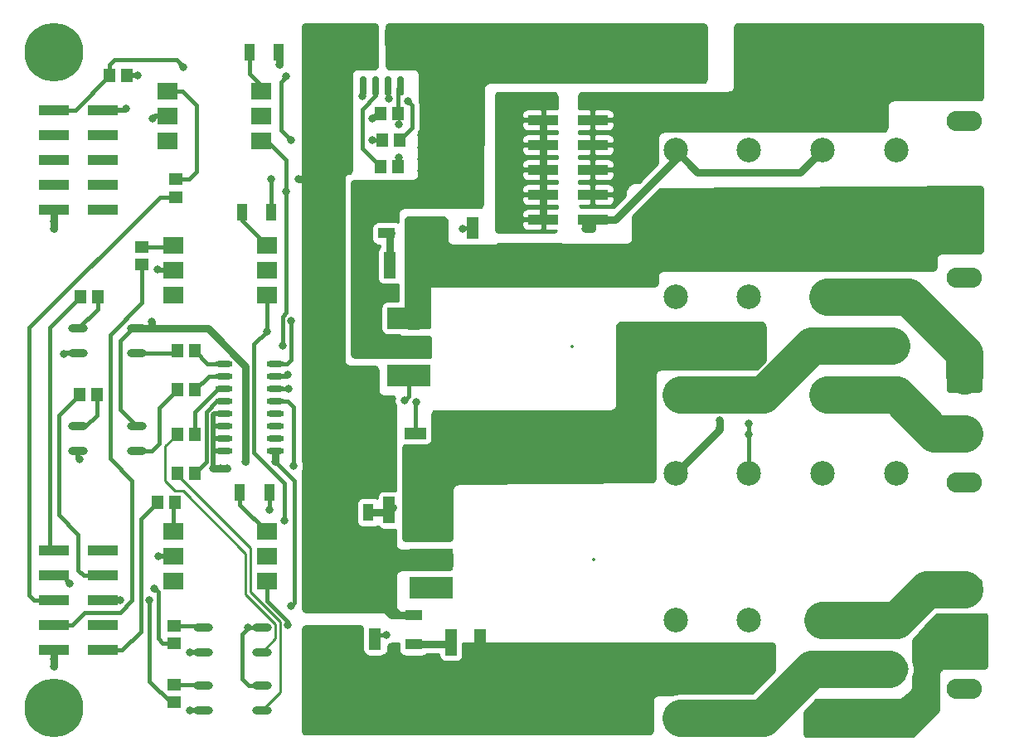
<source format=gbr>
%TF.GenerationSoftware,KiCad,Pcbnew,(5.1.10)-1*%
%TF.CreationDate,2022-06-02T12:59:49+08:00*%
%TF.ProjectId,motor_control,6d6f746f-725f-4636-9f6e-74726f6c2e6b,rev?*%
%TF.SameCoordinates,Original*%
%TF.FileFunction,Copper,L1,Top*%
%TF.FilePolarity,Positive*%
%FSLAX46Y46*%
G04 Gerber Fmt 4.6, Leading zero omitted, Abs format (unit mm)*
G04 Created by KiCad (PCBNEW (5.1.10)-1) date 2022-06-02 12:59:49*
%MOMM*%
%LPD*%
G01*
G04 APERTURE LIST*
%TA.AperFunction,SMDPad,CuDef*%
%ADD10R,1.800000X1.130000*%
%TD*%
%TA.AperFunction,SMDPad,CuDef*%
%ADD11R,1.130000X1.800000*%
%TD*%
%TA.AperFunction,SMDPad,CuDef*%
%ADD12R,1.160000X2.720000*%
%TD*%
%TA.AperFunction,SMDPad,CuDef*%
%ADD13R,4.400000X2.200000*%
%TD*%
%TA.AperFunction,SMDPad,CuDef*%
%ADD14R,6.400000X5.800000*%
%TD*%
%TA.AperFunction,SMDPad,CuDef*%
%ADD15R,2.200000X1.200000*%
%TD*%
%TA.AperFunction,SMDPad,CuDef*%
%ADD16R,5.800000X6.400000*%
%TD*%
%TA.AperFunction,SMDPad,CuDef*%
%ADD17R,1.200000X2.200000*%
%TD*%
%TA.AperFunction,ComponentPad*%
%ADD18O,3.600000X2.080000*%
%TD*%
%TA.AperFunction,SMDPad,CuDef*%
%ADD19O,1.800000X0.600000*%
%TD*%
%TA.AperFunction,SMDPad,CuDef*%
%ADD20R,2.000000X1.780000*%
%TD*%
%TA.AperFunction,SMDPad,CuDef*%
%ADD21O,2.000000X0.800000*%
%TD*%
%TA.AperFunction,SMDPad,CuDef*%
%ADD22R,1.160000X1.470000*%
%TD*%
%TA.AperFunction,SMDPad,CuDef*%
%ADD23R,1.470000X1.160000*%
%TD*%
%TA.AperFunction,ComponentPad*%
%ADD24C,2.500000*%
%TD*%
%TA.AperFunction,SMDPad,CuDef*%
%ADD25R,3.150000X1.000000*%
%TD*%
%TA.AperFunction,ComponentPad*%
%ADD26C,0.800000*%
%TD*%
%TA.AperFunction,ComponentPad*%
%ADD27C,6.000000*%
%TD*%
%TA.AperFunction,ComponentPad*%
%ADD28O,4.000000X2.500000*%
%TD*%
%TA.AperFunction,ViaPad*%
%ADD29C,0.800000*%
%TD*%
%TA.AperFunction,Conductor*%
%ADD30C,0.381000*%
%TD*%
%TA.AperFunction,Conductor*%
%ADD31C,0.508000*%
%TD*%
%TA.AperFunction,Conductor*%
%ADD32C,0.762000*%
%TD*%
%TA.AperFunction,Conductor*%
%ADD33C,0.254000*%
%TD*%
%TA.AperFunction,Conductor*%
%ADD34C,3.810000*%
%TD*%
%TA.AperFunction,Conductor*%
%ADD35C,0.350000*%
%TD*%
%ADD36C,0.350000*%
G04 APERTURE END LIST*
D10*
%TO.P,R13,2*%
%TO.N,Net-(C6-Pad1)*%
X40750000Y10510000D03*
%TO.P,R13,1*%
%TO.N,/AC_Mot*%
X40750000Y13490000D03*
%TD*%
D11*
%TO.P,R9,1*%
%TO.N,/AC_Mot*%
X33160000Y24000000D03*
%TO.P,R9,2*%
%TO.N,Net-(C5-Pad1)*%
X36140000Y24000000D03*
%TD*%
D10*
%TO.P,R8,2*%
%TO.N,Net-(C4-Pad1)*%
X38000000Y52500000D03*
%TO.P,R8,1*%
%TO.N,/AC_in*%
X38000000Y55480000D03*
%TD*%
D12*
%TO.P,C6,2*%
%TO.N,/AC_MOT2*%
X47500000Y10750000D03*
%TO.P,C6,1*%
%TO.N,Net-(C6-Pad1)*%
X44550000Y10750000D03*
%TD*%
%TO.P,C5,2*%
%TO.N,/AC_MOT1*%
X41200000Y24250000D03*
%TO.P,C5,1*%
%TO.N,Net-(C5-Pad1)*%
X38250000Y24250000D03*
%TD*%
%TO.P,C4,2*%
%TO.N,/AUX1*%
X41225000Y49250000D03*
%TO.P,C4,1*%
%TO.N,Net-(C4-Pad1)*%
X38275000Y49250000D03*
%TD*%
D13*
%TO.P,Q2B1,1*%
%TO.N,/AC_MOT1*%
X42500000Y22150000D03*
%TO.P,Q2B1,2*%
%TO.N,/AC_Mot*%
X42500000Y19210000D03*
%TO.P,Q2B1,3*%
%TO.N,Net-(Q2-Pad3)*%
X42500000Y16270000D03*
%TD*%
%TO.P,Q1B1,1*%
%TO.N,/AUX1*%
X40250000Y43850000D03*
%TO.P,Q1B1,2*%
%TO.N,/AC_in*%
X40250000Y40910000D03*
%TO.P,Q1B1,3*%
%TO.N,Net-(Q1-Pad3)*%
X40250000Y37970000D03*
%TD*%
D14*
%TO.P,Q2,2*%
%TO.N,/AC_Mot*%
X34650000Y29750000D03*
D15*
%TO.P,Q2,3*%
%TO.N,Net-(Q2-Pad3)*%
X40950000Y32030000D03*
%TO.P,Q2,1*%
%TO.N,/AC_MOT1*%
X40950000Y27470000D03*
%TD*%
D16*
%TO.P,Q3,2*%
%TO.N,/AC_Mot*%
X34500000Y17350000D03*
D17*
%TO.P,Q3,3*%
%TO.N,Net-(Q3-Pad3)*%
X36780000Y11050000D03*
%TO.P,Q3,1*%
%TO.N,/AC_MOT2*%
X32220000Y11050000D03*
%TD*%
D11*
%TO.P,R19,2*%
%TO.N,/AC_Mot*%
X26190000Y54650000D03*
%TO.P,R19,1*%
%TO.N,Net-(R19-Pad1)*%
X23210000Y54650000D03*
%TD*%
%TO.P,R18,2*%
%TO.N,/AC_Mot*%
X25990000Y26000000D03*
%TO.P,R18,1*%
%TO.N,Net-(R18-Pad1)*%
X23010000Y26000000D03*
%TD*%
%TO.P,R17,2*%
%TO.N,/AC_in*%
X26990000Y71000000D03*
%TO.P,R17,1*%
%TO.N,Net-(R17-Pad1)*%
X24010000Y71000000D03*
%TD*%
D16*
%TO.P,Q1,2*%
%TO.N,/AC_in*%
X44525000Y59325000D03*
D17*
%TO.P,Q1,3*%
%TO.N,Net-(Q1-Pad3)*%
X46805000Y53025000D03*
%TO.P,Q1,1*%
%TO.N,/AUX1*%
X42245000Y53025000D03*
%TD*%
D18*
%TO.P,J9,2*%
%TO.N,GNDPWR*%
X97000000Y48000000D03*
%TO.P,J9,1*%
%TO.N,/AUX1*%
%TA.AperFunction,ComponentPad*%
G36*
G01*
X95449997Y54120000D02*
X98550003Y54120000D01*
G75*
G02*
X98800000Y53870003I0J-249997D01*
G01*
X98800000Y52289997D01*
G75*
G02*
X98550003Y52040000I-249997J0D01*
G01*
X95449997Y52040000D01*
G75*
G02*
X95200000Y52289997I0J249997D01*
G01*
X95200000Y53870003D01*
G75*
G02*
X95449997Y54120000I249997J0D01*
G01*
G37*
%TD.AperFunction*%
%TD*%
%TO.P,U9,8*%
%TO.N,+5V*%
%TA.AperFunction,SMDPad,CuDef*%
G36*
G01*
X39255000Y68500000D02*
X39555000Y68500000D01*
G75*
G02*
X39705000Y68350000I0J-150000D01*
G01*
X39705000Y66700000D01*
G75*
G02*
X39555000Y66550000I-150000J0D01*
G01*
X39255000Y66550000D01*
G75*
G02*
X39105000Y66700000I0J150000D01*
G01*
X39105000Y68350000D01*
G75*
G02*
X39255000Y68500000I150000J0D01*
G01*
G37*
%TD.AperFunction*%
%TO.P,U9,7*%
%TO.N,Net-(R20-Pad2)*%
%TA.AperFunction,SMDPad,CuDef*%
G36*
G01*
X37985000Y68500000D02*
X38285000Y68500000D01*
G75*
G02*
X38435000Y68350000I0J-150000D01*
G01*
X38435000Y66700000D01*
G75*
G02*
X38285000Y66550000I-150000J0D01*
G01*
X37985000Y66550000D01*
G75*
G02*
X37835000Y66700000I0J150000D01*
G01*
X37835000Y68350000D01*
G75*
G02*
X37985000Y68500000I150000J0D01*
G01*
G37*
%TD.AperFunction*%
%TO.P,U9,6*%
%TO.N,Net-(C1-Pad1)*%
%TA.AperFunction,SMDPad,CuDef*%
G36*
G01*
X36715000Y68500000D02*
X37015000Y68500000D01*
G75*
G02*
X37165000Y68350000I0J-150000D01*
G01*
X37165000Y66700000D01*
G75*
G02*
X37015000Y66550000I-150000J0D01*
G01*
X36715000Y66550000D01*
G75*
G02*
X36565000Y66700000I0J150000D01*
G01*
X36565000Y68350000D01*
G75*
G02*
X36715000Y68500000I150000J0D01*
G01*
G37*
%TD.AperFunction*%
%TO.P,U9,5*%
%TO.N,GNDS*%
%TA.AperFunction,SMDPad,CuDef*%
G36*
G01*
X35445000Y68500000D02*
X35745000Y68500000D01*
G75*
G02*
X35895000Y68350000I0J-150000D01*
G01*
X35895000Y66700000D01*
G75*
G02*
X35745000Y66550000I-150000J0D01*
G01*
X35445000Y66550000D01*
G75*
G02*
X35295000Y66700000I0J150000D01*
G01*
X35295000Y68350000D01*
G75*
G02*
X35445000Y68500000I150000J0D01*
G01*
G37*
%TD.AperFunction*%
%TO.P,U9,4*%
%TO.N,/AC_Mot*%
%TA.AperFunction,SMDPad,CuDef*%
G36*
G01*
X35445000Y73450000D02*
X35745000Y73450000D01*
G75*
G02*
X35895000Y73300000I0J-150000D01*
G01*
X35895000Y71650000D01*
G75*
G02*
X35745000Y71500000I-150000J0D01*
G01*
X35445000Y71500000D01*
G75*
G02*
X35295000Y71650000I0J150000D01*
G01*
X35295000Y73300000D01*
G75*
G02*
X35445000Y73450000I150000J0D01*
G01*
G37*
%TD.AperFunction*%
%TO.P,U9,3*%
%TA.AperFunction,SMDPad,CuDef*%
G36*
G01*
X36715000Y73450000D02*
X37015000Y73450000D01*
G75*
G02*
X37165000Y73300000I0J-150000D01*
G01*
X37165000Y71650000D01*
G75*
G02*
X37015000Y71500000I-150000J0D01*
G01*
X36715000Y71500000D01*
G75*
G02*
X36565000Y71650000I0J150000D01*
G01*
X36565000Y73300000D01*
G75*
G02*
X36715000Y73450000I150000J0D01*
G01*
G37*
%TD.AperFunction*%
%TO.P,U9,2*%
%TO.N,/AC_in*%
%TA.AperFunction,SMDPad,CuDef*%
G36*
G01*
X37985000Y73450000D02*
X38285000Y73450000D01*
G75*
G02*
X38435000Y73300000I0J-150000D01*
G01*
X38435000Y71650000D01*
G75*
G02*
X38285000Y71500000I-150000J0D01*
G01*
X37985000Y71500000D01*
G75*
G02*
X37835000Y71650000I0J150000D01*
G01*
X37835000Y73300000D01*
G75*
G02*
X37985000Y73450000I150000J0D01*
G01*
G37*
%TD.AperFunction*%
%TO.P,U9,1*%
%TA.AperFunction,SMDPad,CuDef*%
G36*
G01*
X39255000Y73450000D02*
X39555000Y73450000D01*
G75*
G02*
X39705000Y73300000I0J-150000D01*
G01*
X39705000Y71650000D01*
G75*
G02*
X39555000Y71500000I-150000J0D01*
G01*
X39255000Y71500000D01*
G75*
G02*
X39105000Y71650000I0J150000D01*
G01*
X39105000Y73300000D01*
G75*
G02*
X39255000Y73450000I150000J0D01*
G01*
G37*
%TD.AperFunction*%
%TD*%
D19*
%TO.P,U8,16*%
%TO.N,Net-(K1-Pad8)*%
X26600000Y39195000D03*
%TO.P,U8,15*%
%TO.N,Net-(K2-Pad8)*%
X26600000Y37925000D03*
%TO.P,U8,14*%
%TO.N,Net-(K3-Pad8)*%
X26600000Y36655000D03*
%TO.P,U8,13*%
%TO.N,Net-(K4-Pad8)*%
X26600000Y35385000D03*
%TO.P,U8,12*%
%TO.N,Net-(U8-Pad12)*%
X26600000Y34115000D03*
%TO.P,U8,11*%
%TO.N,Net-(U8-Pad11)*%
X26600000Y32845000D03*
%TO.P,U8,10*%
%TO.N,Net-(U8-Pad10)*%
X26600000Y31575000D03*
%TO.P,U8,9*%
%TO.N,+12V*%
X26600000Y30305000D03*
%TO.P,U8,8*%
%TO.N,GNDPWR*%
X21400000Y30305000D03*
%TO.P,U8,7*%
X21400000Y31575000D03*
%TO.P,U8,6*%
X21400000Y32845000D03*
%TO.P,U8,5*%
X21400000Y34115000D03*
%TO.P,U8,4*%
%TO.N,Net-(R14-Pad2)*%
X21400000Y35385000D03*
%TO.P,U8,3*%
%TO.N,Net-(R12-Pad2)*%
X21400000Y36655000D03*
%TO.P,U8,2*%
%TO.N,Net-(R11-Pad2)*%
X21400000Y37925000D03*
%TO.P,U8,1*%
%TO.N,Net-(R10-Pad2)*%
X21400000Y39195000D03*
%TD*%
D20*
%TO.P,U7,6*%
%TO.N,Net-(R17-Pad1)*%
X25165000Y67040000D03*
%TO.P,U7,3*%
%TO.N,Net-(U7-Pad3)*%
X15635000Y61960000D03*
%TO.P,U7,5*%
%TO.N,Net-(U7-Pad5)*%
X25165000Y64500000D03*
%TO.P,U7,2*%
%TO.N,GNDS*%
X15635000Y64500000D03*
%TO.P,U7,4*%
%TO.N,Net-(Q1-Pad3)*%
X25165000Y61960000D03*
%TO.P,U7,1*%
%TO.N,Net-(R7-Pad2)*%
X15635000Y67040000D03*
%TD*%
D21*
%TO.P,U6,4*%
%TO.N,+12V*%
X25250000Y6270000D03*
%TO.P,U6,3*%
%TO.N,Net-(R14-Pad1)*%
X25250000Y3730000D03*
%TO.P,U6,2*%
%TO.N,GNDS*%
X19250000Y3730000D03*
%TO.P,U6,1*%
%TO.N,Net-(R6-Pad2)*%
X19250000Y6270000D03*
%TD*%
%TO.P,U5,4*%
%TO.N,+12V*%
X25250000Y12270000D03*
%TO.P,U5,3*%
%TO.N,Net-(R12-Pad1)*%
X25250000Y9730000D03*
%TO.P,U5,2*%
%TO.N,GNDS*%
X19250000Y9730000D03*
%TO.P,U5,1*%
%TO.N,Net-(R5-Pad2)*%
X19250000Y12270000D03*
%TD*%
D20*
%TO.P,U4,6*%
%TO.N,Net-(R18-Pad1)*%
X25765000Y22040000D03*
%TO.P,U4,3*%
%TO.N,Net-(U4-Pad3)*%
X16235000Y16960000D03*
%TO.P,U4,5*%
%TO.N,Net-(U4-Pad5)*%
X25765000Y19500000D03*
%TO.P,U4,2*%
%TO.N,GNDS*%
X16235000Y19500000D03*
%TO.P,U4,4*%
%TO.N,Net-(Q3-Pad3)*%
X25765000Y16960000D03*
%TO.P,U4,1*%
%TO.N,Net-(R4-Pad2)*%
X16235000Y22040000D03*
%TD*%
D21*
%TO.P,U3,4*%
%TO.N,+12V*%
X12500000Y32770000D03*
%TO.P,U3,3*%
%TO.N,Net-(R11-Pad1)*%
X12500000Y30230000D03*
%TO.P,U3,2*%
%TO.N,GNDS*%
X6500000Y30230000D03*
%TO.P,U3,1*%
%TO.N,Net-(R3-Pad2)*%
X6500000Y32770000D03*
%TD*%
%TO.P,U2,4*%
%TO.N,+12V*%
X12500000Y42770000D03*
%TO.P,U2,3*%
%TO.N,Net-(R10-Pad1)*%
X12500000Y40230000D03*
%TO.P,U2,2*%
%TO.N,GNDS*%
X6500000Y40230000D03*
%TO.P,U2,1*%
%TO.N,Net-(R2-Pad2)*%
X6500000Y42770000D03*
%TD*%
D20*
%TO.P,U1,6*%
%TO.N,Net-(R19-Pad1)*%
X25765000Y51290000D03*
%TO.P,U1,3*%
%TO.N,Net-(U1-Pad3)*%
X16235000Y46210000D03*
%TO.P,U1,5*%
%TO.N,Net-(U1-Pad5)*%
X25765000Y48750000D03*
%TO.P,U1,2*%
%TO.N,GNDS*%
X16235000Y48750000D03*
%TO.P,U1,4*%
%TO.N,Net-(Q2-Pad3)*%
X25765000Y46210000D03*
%TO.P,U1,1*%
%TO.N,Net-(R1-Pad1)*%
X16235000Y51290000D03*
%TD*%
D22*
%TO.P,R20,2*%
%TO.N,Net-(R20-Pad2)*%
X39280000Y62000000D03*
%TO.P,R20,1*%
%TO.N,/ISense1*%
X37500000Y62000000D03*
%TD*%
%TO.P,R14,2*%
%TO.N,Net-(R14-Pad2)*%
X18390000Y28000000D03*
%TO.P,R14,1*%
%TO.N,Net-(R14-Pad1)*%
X16610000Y28000000D03*
%TD*%
%TO.P,R12,2*%
%TO.N,Net-(R12-Pad2)*%
X18390000Y32000000D03*
%TO.P,R12,1*%
%TO.N,Net-(R12-Pad1)*%
X16610000Y32000000D03*
%TD*%
%TO.P,R11,2*%
%TO.N,Net-(R11-Pad2)*%
X18390000Y36500000D03*
%TO.P,R11,1*%
%TO.N,Net-(R11-Pad1)*%
X16610000Y36500000D03*
%TD*%
%TO.P,R10,2*%
%TO.N,Net-(R10-Pad2)*%
X18390000Y40500000D03*
%TO.P,R10,1*%
%TO.N,Net-(R10-Pad1)*%
X16610000Y40500000D03*
%TD*%
D23*
%TO.P,R7,2*%
%TO.N,Net-(R7-Pad2)*%
X16500000Y58000000D03*
%TO.P,R7,1*%
%TO.N,/RELOUT5*%
X16500000Y56220000D03*
%TD*%
%TO.P,R6,2*%
%TO.N,Net-(R6-Pad2)*%
X16250000Y6390000D03*
%TO.P,R6,1*%
%TO.N,/RELOUT4*%
X16250000Y4610000D03*
%TD*%
%TO.P,R5,2*%
%TO.N,Net-(R5-Pad2)*%
X16250000Y12390000D03*
%TO.P,R5,1*%
%TO.N,/RELOUT3*%
X16250000Y10610000D03*
%TD*%
D22*
%TO.P,R4,2*%
%TO.N,Net-(R4-Pad2)*%
X16390000Y25000000D03*
%TO.P,R4,1*%
%TO.N,/SPWM2*%
X14610000Y25000000D03*
%TD*%
%TO.P,R3,2*%
%TO.N,Net-(R3-Pad2)*%
X8390000Y36000000D03*
%TO.P,R3,1*%
%TO.N,/RELOUT2*%
X6610000Y36000000D03*
%TD*%
%TO.P,R2,2*%
%TO.N,Net-(R2-Pad2)*%
X8500000Y46000000D03*
%TO.P,R2,1*%
%TO.N,/RELOUT1*%
X6720000Y46000000D03*
%TD*%
D23*
%TO.P,R1,2*%
%TO.N,/SPWM1*%
X13000000Y49360000D03*
%TO.P,R1,1*%
%TO.N,Net-(R1-Pad1)*%
X13000000Y51140000D03*
%TD*%
D24*
%TO.P,K4,5*%
%TO.N,/MOT2CW*%
X90000000Y3000000D03*
%TO.P,K4,6*%
%TO.N,/AC_MOT2_SW*%
X90000000Y8000000D03*
%TO.P,K4,7*%
%TO.N,/MOT2CCW*%
X90000000Y13000000D03*
%TO.P,K4,4*%
%TO.N,/MOT2CW*%
X82500000Y3000000D03*
%TO.P,K4,3*%
%TO.N,/AC_MOT2_SW*%
X82500000Y8000000D03*
%TO.P,K4,2*%
%TO.N,/MOT2CCW*%
X82500000Y13000000D03*
%TO.P,K4,8*%
%TO.N,Net-(K4-Pad8)*%
X90000000Y28000000D03*
%TO.P,K4,1*%
%TO.N,+12V*%
X82500000Y28000000D03*
%TD*%
%TO.P,K3,5*%
%TO.N,/AC_MOT2_SW*%
X75000000Y3000000D03*
%TO.P,K3,6*%
%TO.N,/AC_MOT2*%
X75000000Y8000000D03*
%TO.P,K3,7*%
%TO.N,Net-(K3-Pad2)*%
X75000000Y13000000D03*
%TO.P,K3,4*%
%TO.N,/AC_MOT2_SW*%
X67500000Y3000000D03*
%TO.P,K3,3*%
%TO.N,/AC_MOT2*%
X67500000Y8000000D03*
%TO.P,K3,2*%
%TO.N,Net-(K3-Pad2)*%
X67500000Y13000000D03*
%TO.P,K3,8*%
%TO.N,Net-(K3-Pad8)*%
X75000000Y28000000D03*
%TO.P,K3,1*%
%TO.N,+12V*%
X67500000Y28000000D03*
%TD*%
%TO.P,K2,5*%
%TO.N,/MOT1CW*%
X90000000Y36000000D03*
%TO.P,K2,6*%
%TO.N,/AC_MOT1_SW*%
X90000000Y41000000D03*
%TO.P,K2,7*%
%TO.N,/MOT1CCW*%
X90000000Y46000000D03*
%TO.P,K2,4*%
%TO.N,/MOT1CW*%
X82500000Y36000000D03*
%TO.P,K2,3*%
%TO.N,/AC_MOT1_SW*%
X82500000Y41000000D03*
%TO.P,K2,2*%
%TO.N,/MOT1CCW*%
X82500000Y46000000D03*
%TO.P,K2,8*%
%TO.N,Net-(K2-Pad8)*%
X90000000Y61000000D03*
%TO.P,K2,1*%
%TO.N,+12V*%
X82500000Y61000000D03*
%TD*%
%TO.P,K1,5*%
%TO.N,/AC_MOT1_SW*%
X75000000Y36000000D03*
%TO.P,K1,6*%
%TO.N,/AC_MOT1*%
X75000000Y41000000D03*
%TO.P,K1,7*%
%TO.N,Net-(K1-Pad2)*%
X75000000Y46000000D03*
%TO.P,K1,4*%
%TO.N,/AC_MOT1_SW*%
X67500000Y36000000D03*
%TO.P,K1,3*%
%TO.N,/AC_MOT1*%
X67500000Y41000000D03*
%TO.P,K1,2*%
%TO.N,Net-(K1-Pad2)*%
X67500000Y46000000D03*
%TO.P,K1,8*%
%TO.N,Net-(K1-Pad8)*%
X75000000Y61000000D03*
%TO.P,K1,1*%
%TO.N,+12V*%
X67500000Y61000000D03*
%TD*%
D18*
%TO.P,J12,2*%
%TO.N,GNDPWR*%
X97000000Y64000000D03*
%TO.P,J12,1*%
%TO.N,VAC*%
%TA.AperFunction,ComponentPad*%
G36*
G01*
X95449997Y70120000D02*
X98550003Y70120000D01*
G75*
G02*
X98800000Y69870003I0J-249997D01*
G01*
X98800000Y68289997D01*
G75*
G02*
X98550003Y68040000I-249997J0D01*
G01*
X95449997Y68040000D01*
G75*
G02*
X95200000Y68289997I0J249997D01*
G01*
X95200000Y69870003D01*
G75*
G02*
X95449997Y70120000I249997J0D01*
G01*
G37*
%TD.AperFunction*%
%TD*%
%TO.P,J11,3*%
%TO.N,GNDPWR*%
X97000000Y6000000D03*
%TO.P,J11,2*%
%TO.N,/MOT2CW*%
X97000000Y11080000D03*
%TO.P,J11,1*%
%TO.N,/MOT2CCW*%
%TA.AperFunction,ComponentPad*%
G36*
G01*
X95449997Y17200000D02*
X98550003Y17200000D01*
G75*
G02*
X98800000Y16950003I0J-249997D01*
G01*
X98800000Y15369997D01*
G75*
G02*
X98550003Y15120000I-249997J0D01*
G01*
X95449997Y15120000D01*
G75*
G02*
X95200000Y15369997I0J249997D01*
G01*
X95200000Y16950003D01*
G75*
G02*
X95449997Y17200000I249997J0D01*
G01*
G37*
%TD.AperFunction*%
%TD*%
%TO.P,J8,3*%
%TO.N,GNDPWR*%
X97000000Y27090000D03*
%TO.P,J8,2*%
%TO.N,/MOT1CW*%
X97000000Y32170000D03*
%TO.P,J8,1*%
%TO.N,/MOT1CCW*%
%TA.AperFunction,ComponentPad*%
G36*
G01*
X95449997Y38290000D02*
X98550003Y38290000D01*
G75*
G02*
X98800000Y38040003I0J-249997D01*
G01*
X98800000Y36459997D01*
G75*
G02*
X98550003Y36210000I-249997J0D01*
G01*
X95449997Y36210000D01*
G75*
G02*
X95200000Y36459997I0J249997D01*
G01*
X95200000Y38040003D01*
G75*
G02*
X95449997Y38290000I249997J0D01*
G01*
G37*
%TD.AperFunction*%
%TD*%
D25*
%TO.P,J7,10*%
%TO.N,Net-(J7-Pad10)*%
X9025000Y54920000D03*
%TO.P,J7,9*%
%TO.N,GNDS*%
X3975000Y54920000D03*
%TO.P,J7,8*%
%TO.N,Net-(J7-Pad8)*%
X9025000Y57460000D03*
%TO.P,J7,7*%
%TO.N,Net-(J7-Pad7)*%
X3975000Y57460000D03*
%TO.P,J7,6*%
%TO.N,Net-(J7-Pad6)*%
X9025000Y60000000D03*
%TO.P,J7,5*%
%TO.N,Net-(J7-Pad5)*%
X3975000Y60000000D03*
%TO.P,J7,4*%
%TO.N,Net-(J7-Pad4)*%
X9025000Y62540000D03*
%TO.P,J7,3*%
%TO.N,Net-(J7-Pad3)*%
X3975000Y62540000D03*
%TO.P,J7,2*%
%TO.N,+5V*%
X9025000Y65080000D03*
%TO.P,J7,1*%
%TO.N,/ISense1*%
X3975000Y65080000D03*
%TD*%
%TO.P,J6,10*%
%TO.N,/SPWM2*%
X9025000Y9920000D03*
%TO.P,J6,9*%
%TO.N,GNDS*%
X3975000Y9920000D03*
%TO.P,J6,8*%
%TO.N,/RELOUT6*%
X9025000Y12460000D03*
%TO.P,J6,7*%
%TO.N,/SPWM1*%
X3975000Y12460000D03*
%TO.P,J6,6*%
%TO.N,/RELOUT4*%
X9025000Y15000000D03*
%TO.P,J6,5*%
%TO.N,/RELOUT5*%
X3975000Y15000000D03*
%TO.P,J6,4*%
%TO.N,/RELOUT2*%
X9025000Y17540000D03*
%TO.P,J6,3*%
%TO.N,/RELOUT3*%
X3975000Y17540000D03*
%TO.P,J6,2*%
%TO.N,+3V3*%
X9025000Y20080000D03*
%TO.P,J6,1*%
%TO.N,/RELOUT1*%
X3975000Y20080000D03*
%TD*%
%TO.P,J5,10*%
%TO.N,+12V*%
X59025000Y53920000D03*
%TO.P,J5,9*%
%TO.N,GNDPWR*%
X53975000Y53920000D03*
%TO.P,J5,8*%
%TO.N,VAC*%
X59025000Y56460000D03*
%TO.P,J5,7*%
%TO.N,GNDPWR*%
X53975000Y56460000D03*
%TO.P,J5,6*%
%TO.N,VAC*%
X59025000Y59000000D03*
%TO.P,J5,5*%
%TO.N,GNDPWR*%
X53975000Y59000000D03*
%TO.P,J5,4*%
%TO.N,VAC*%
X59025000Y61540000D03*
%TO.P,J5,3*%
%TO.N,GNDPWR*%
X53975000Y61540000D03*
%TO.P,J5,2*%
%TO.N,VAC*%
X59025000Y64080000D03*
%TO.P,J5,1*%
%TO.N,GNDPWR*%
X53975000Y64080000D03*
%TD*%
D26*
%TO.P,J2,1*%
%TO.N,Net-(J2-Pad1)*%
X6056810Y5187500D03*
X6056810Y2812500D03*
X4000000Y1625000D03*
X1943190Y2812500D03*
X1943190Y5187500D03*
X4000000Y6375000D03*
D27*
X4000000Y4000000D03*
%TD*%
D26*
%TO.P,J1,1*%
%TO.N,Net-(J1-Pad1)*%
X6056810Y72187500D03*
X6056810Y69812500D03*
X4000000Y68625000D03*
X1943190Y69812500D03*
X1943190Y72187500D03*
X4000000Y73375000D03*
D27*
X4000000Y71000000D03*
%TD*%
D28*
%TO.P,F1,2*%
%TO.N,/AC_in*%
X67900000Y69500000D03*
%TO.P,F1,1*%
%TO.N,VAC*%
X90500000Y69500000D03*
%TD*%
D22*
%TO.P,C3,2*%
%TO.N,GNDS*%
X11490000Y68600000D03*
%TO.P,C3,1*%
%TO.N,/ISense1*%
X9710000Y68600000D03*
%TD*%
%TO.P,C2,2*%
%TO.N,+5V*%
X39190000Y64700000D03*
%TO.P,C2,1*%
%TO.N,GNDS*%
X37410000Y64700000D03*
%TD*%
%TO.P,C1,2*%
%TO.N,GNDS*%
X39190000Y59300000D03*
%TO.P,C1,1*%
%TO.N,Net-(C1-Pad1)*%
X37410000Y59300000D03*
%TD*%
D29*
%TO.N,GNDS*%
X35500000Y66500000D03*
X39250000Y60250002D03*
X6600000Y29400000D03*
X5000000Y40200000D03*
X14600000Y48800000D03*
X14700008Y19500008D03*
X12600000Y68600000D03*
X14100006Y64218990D03*
X36500000Y64218990D03*
X17870001Y9729999D03*
X17869995Y3730005D03*
X4000000Y53749996D03*
X4000004Y53000000D03*
X4000000Y9000000D03*
X4000000Y8250000D03*
%TO.N,+5V*%
X11400000Y65200000D03*
X39200000Y63600000D03*
%TO.N,/AC_in*%
X27000000Y69750000D03*
X38500000Y69750000D03*
X41500000Y62500000D03*
X42700000Y62500000D03*
X43900000Y62500000D03*
X45100000Y62500000D03*
X46300000Y62500000D03*
X47500000Y62500000D03*
X41500000Y61300000D03*
X42700000Y61300000D03*
X43900000Y61300000D03*
X45100000Y61300000D03*
X46300000Y61300000D03*
X47500000Y61300000D03*
X41500000Y60100000D03*
X42700000Y60100000D03*
X43900000Y60100000D03*
X45100000Y60100000D03*
X46300000Y60100000D03*
X47500000Y60100000D03*
X41500000Y58900000D03*
X42700000Y58900000D03*
X43900000Y58900000D03*
X45100000Y58900000D03*
X46300000Y58900000D03*
X47500000Y58900000D03*
X41500000Y57700000D03*
X42700000Y57700000D03*
X43900000Y57700000D03*
X45100000Y57700000D03*
X46300000Y57700000D03*
X47500000Y57700000D03*
X41500000Y56500000D03*
X42700000Y56500000D03*
X43900000Y56500000D03*
X45100000Y56500000D03*
X46300000Y56500000D03*
X47500000Y56500000D03*
%TO.N,+12V*%
X23600000Y29200000D03*
X28200000Y14400000D03*
X23800000Y12200000D03*
X14020000Y42770000D03*
X72000000Y33440990D03*
X26599989Y29200011D03*
X14020000Y43480000D03*
X59000000Y53000000D03*
X58250000Y53000000D03*
X72000000Y32600000D03*
%TO.N,GNDPWR*%
X20250000Y28500000D03*
X21000000Y28500000D03*
X21750000Y28500000D03*
X50250000Y64000000D03*
X50250000Y59000000D03*
X50250000Y56500000D03*
X51250000Y64000000D03*
X51250000Y61500000D03*
X51250000Y59000000D03*
X51250000Y56500000D03*
X51250000Y53750000D03*
X50250000Y61500000D03*
X50250000Y53750000D03*
%TO.N,/RELOUT4*%
X10750000Y15000000D03*
X13750000Y15000000D03*
%TO.N,/RELOUT3*%
X14250000Y16250000D03*
X5624984Y16750000D03*
%TO.N,/ISense1*%
X36500000Y62000000D03*
X27750000Y68500000D03*
X17250000Y69500000D03*
X28250000Y62000000D03*
%TO.N,Net-(Q1-Pad3)*%
X45750000Y53000000D03*
X27750000Y56750000D03*
X39800000Y35400000D03*
X27355490Y41000000D03*
%TO.N,Net-(Q2-Pad3)*%
X25750000Y42500000D03*
X41000000Y35250002D03*
X27555490Y23151490D03*
X40750002Y16250000D03*
%TO.N,/AC_Mot*%
X31750000Y20250000D03*
X26200000Y58000000D03*
X26000000Y24250000D03*
X29880004Y24250000D03*
X31750000Y32750000D03*
X32950000Y32750000D03*
X34150000Y32750000D03*
X35350000Y32750000D03*
X36550000Y32750000D03*
X37750000Y32750000D03*
X31750000Y31550000D03*
X32950000Y31550000D03*
X34150000Y31550000D03*
X35350000Y31550000D03*
X36550000Y31550000D03*
X37750000Y31550000D03*
X31750000Y30350000D03*
X32950000Y30350000D03*
X34150000Y30350000D03*
X35350000Y30350000D03*
X36550000Y30350000D03*
X37750000Y30350000D03*
X31750000Y29150000D03*
X32950000Y29150000D03*
X34150000Y29150000D03*
X35350000Y29150000D03*
X36550000Y29150000D03*
X37750000Y29150000D03*
X31750000Y27950000D03*
X32950000Y27950000D03*
X34150000Y27950000D03*
X35350000Y27950000D03*
X36550000Y27950000D03*
X37750000Y27950000D03*
X31750000Y26750000D03*
X32950000Y26750000D03*
X34150000Y26750000D03*
X35350000Y26750000D03*
X36550000Y26750000D03*
X37750000Y26750000D03*
X32950000Y20250000D03*
X34150000Y20250000D03*
X35350000Y20250000D03*
X36550000Y20250000D03*
X37750000Y20250000D03*
X31750000Y19050000D03*
X32950000Y19050000D03*
X34150000Y19050000D03*
X35350000Y19050000D03*
X36550000Y19050000D03*
X37750000Y19050000D03*
X31750000Y17850000D03*
X32950000Y17850000D03*
X34150000Y17850000D03*
X35350000Y17850000D03*
X36550000Y17850000D03*
X37750000Y17850000D03*
X31750000Y16650000D03*
X32950000Y16650000D03*
X34150000Y16650000D03*
X35350000Y16650000D03*
X36550000Y16650000D03*
X37750000Y16650000D03*
X31750000Y15450000D03*
X32950000Y15450000D03*
X34150000Y15450000D03*
X35350000Y15450000D03*
X36550000Y15450000D03*
X37750000Y15450000D03*
X31750000Y14250000D03*
X32950000Y14250000D03*
X34150000Y14250000D03*
X35350000Y14250000D03*
X36550000Y14250000D03*
X37750000Y14250000D03*
X29000000Y58000000D03*
%TO.N,Net-(Q3-Pad3)*%
X38000000Y11500000D03*
X27920047Y12500000D03*
%TO.N,Net-(R20-Pad2)*%
X38250000Y66250000D03*
X40200000Y66000000D03*
%TO.N,Net-(K1-Pad8)*%
X28200000Y43600000D03*
%TO.N,Net-(K2-Pad8)*%
X27902841Y38097159D03*
%TO.N,Net-(K3-Pad8)*%
X28000000Y36600000D03*
X75000000Y33094510D03*
X75000000Y32000000D03*
%TO.N,Net-(K4-Pad8)*%
X28500000Y28750000D03*
%TD*%
D30*
%TO.N,GNDS*%
X35595000Y66595000D02*
X35500000Y66500000D01*
X35595000Y67525000D02*
X35595000Y66595000D01*
X39190000Y59300000D02*
X39190000Y60190002D01*
X39190000Y60190002D02*
X39250000Y60250002D01*
D31*
X6500000Y29500000D02*
X6600000Y29400000D01*
X6500000Y30230000D02*
X6500000Y29500000D01*
X5030000Y40230000D02*
X5000000Y40200000D01*
X6500000Y40230000D02*
X5030000Y40230000D01*
X14650000Y48750000D02*
X14600000Y48800000D01*
X16235000Y48750000D02*
X14650000Y48750000D01*
X16235000Y19500000D02*
X14700016Y19500000D01*
X14700016Y19500000D02*
X14700008Y19500008D01*
X11490000Y68600000D02*
X12600000Y68600000D01*
D30*
X36981010Y64700000D02*
X36500000Y64218990D01*
X37410000Y64700000D02*
X36981010Y64700000D01*
D31*
X14381016Y64500000D02*
X14100006Y64218990D01*
X15635000Y64500000D02*
X14381016Y64500000D01*
X19250000Y9730000D02*
X18435686Y9729999D01*
X18435686Y9729999D02*
X17870001Y9729999D01*
X19250000Y3730000D02*
X17870000Y3730000D01*
X17870000Y3730000D02*
X17869995Y3730005D01*
D32*
X3975000Y53774996D02*
X4000000Y53749996D01*
X3975000Y54920000D02*
X3975000Y53774996D01*
X4000000Y53749996D02*
X4000000Y53000004D01*
X4000000Y53000004D02*
X4000004Y53000000D01*
X3975000Y9920000D02*
X3975000Y9025000D01*
X3975000Y9025000D02*
X4000000Y9000000D01*
X3975000Y8275000D02*
X4000000Y8250000D01*
X3975000Y9920000D02*
X3975000Y8275000D01*
D30*
%TO.N,Net-(C1-Pad1)*%
X37410000Y59300000D02*
X35500000Y61210000D01*
X36865000Y66550000D02*
X36865000Y67525000D01*
X35500000Y65185000D02*
X36865000Y66550000D01*
X35500000Y61210000D02*
X35500000Y65185000D01*
%TO.N,+5V*%
X39190000Y67310000D02*
X39405000Y67525000D01*
X39190000Y64700000D02*
X39190000Y67310000D01*
D31*
X11280000Y65080000D02*
X11400000Y65200000D01*
X9025000Y65080000D02*
X11280000Y65080000D01*
D33*
X39200000Y64690000D02*
X39190000Y64700000D01*
X39200000Y63600000D02*
X39200000Y64690000D01*
D34*
%TO.N,/MOT1CW*%
X93920000Y32080000D02*
X90000000Y36000000D01*
X97000000Y32080000D02*
X97000000Y32080000D01*
X90000000Y36000000D02*
X83000000Y36000000D01*
X97000000Y32080000D02*
X93920000Y32080000D01*
%TO.N,/MOT1CCW*%
X97000000Y40250000D02*
X97000000Y38000000D01*
X91250000Y46000000D02*
X97000000Y40250000D01*
X83000000Y46000000D02*
X91250000Y46000000D01*
%TO.N,/MOT2CW*%
X82500000Y3000000D02*
X90000000Y3000000D01*
%TO.N,/MOT2CCW*%
X93160000Y16160000D02*
X90000000Y13000000D01*
X97000000Y16160000D02*
X93160000Y16160000D01*
X90000000Y13000000D02*
X82500000Y13000000D01*
D32*
%TO.N,/AC_in*%
X27000000Y70990000D02*
X26990000Y71000000D01*
X27000000Y69750000D02*
X27000000Y70990000D01*
D30*
%TO.N,+12V*%
X10750000Y34520000D02*
X12500000Y32770000D01*
X10750000Y41500000D02*
X10750000Y34520000D01*
X12020000Y42770000D02*
X10750000Y41500000D01*
X12500000Y42770000D02*
X12020000Y42770000D01*
X25250000Y12270000D02*
X23870000Y12270000D01*
X23870000Y12270000D02*
X23200000Y11600000D01*
X23200000Y11600000D02*
X23200000Y7000000D01*
X23930000Y6270000D02*
X25250000Y6270000D01*
X23200000Y7000000D02*
X23930000Y6270000D01*
D32*
X67500000Y60058000D02*
X67500000Y61000000D01*
X61362000Y53920000D02*
X67500000Y60058000D01*
X59025000Y53920000D02*
X61362000Y53920000D01*
X23600000Y38917303D02*
X23600000Y29200000D01*
X19747303Y42770000D02*
X23600000Y38917303D01*
X14020000Y42770000D02*
X19747303Y42770000D01*
X67500000Y28000000D02*
X72000000Y32500000D01*
D30*
X28200000Y14400000D02*
X28599999Y14799999D01*
X28599999Y14799999D02*
X28599999Y27200001D01*
X28599999Y27200001D02*
X26599989Y29200011D01*
D32*
X26600000Y29200022D02*
X26599989Y29200011D01*
X26600000Y30000000D02*
X26600000Y29200022D01*
X12500000Y42770000D02*
X14020000Y42770000D01*
X14020000Y42770000D02*
X14020000Y43480000D01*
D30*
X58250000Y53000000D02*
X58250000Y53500000D01*
D32*
X58250000Y53000000D02*
X59000000Y53000000D01*
X59000000Y53895000D02*
X59025000Y53920000D01*
X59000000Y53000000D02*
X59000000Y53895000D01*
X58250000Y53145000D02*
X59025000Y53920000D01*
X58250000Y53000000D02*
X58250000Y53145000D01*
X58250000Y53000000D02*
X58250000Y53750000D01*
X80250000Y58750000D02*
X82500000Y61000000D01*
X69750000Y58750000D02*
X80250000Y58750000D01*
X67500000Y61000000D02*
X69750000Y58750000D01*
X72000000Y33440990D02*
X72000000Y32600000D01*
X72000000Y32500000D02*
X72000000Y32600000D01*
D30*
%TO.N,GNDPWR*%
X20250000Y32750000D02*
X20250000Y31500000D01*
X20250000Y34000000D02*
X20250000Y32750000D01*
X21000000Y28500000D02*
X21750000Y28500000D01*
D32*
X20250000Y28500000D02*
X21750000Y28500000D01*
D31*
X20365000Y34115000D02*
X20250000Y34000000D01*
X21400000Y34115000D02*
X20365000Y34115000D01*
X20345000Y32845000D02*
X20250000Y32750000D01*
X21400000Y32845000D02*
X20345000Y32845000D01*
X20325000Y31575000D02*
X20250000Y31500000D01*
X21400000Y31575000D02*
X20325000Y31575000D01*
X21400000Y30305000D02*
X20305000Y30305000D01*
X20250000Y30250000D02*
X20250000Y34000000D01*
X20305000Y30305000D02*
X20250000Y30250000D01*
X20250000Y28500000D02*
X20250000Y30250000D01*
D32*
X53975000Y64080000D02*
X53975000Y53920000D01*
D30*
%TO.N,/SPWM2*%
X9025000Y9920000D02*
X10981000Y9920000D01*
X12905499Y11844499D02*
X12905499Y23295499D01*
X12905499Y23295499D02*
X14610000Y25000000D01*
X10981000Y9920000D02*
X12905499Y11844499D01*
%TO.N,/SPWM1*%
X12000000Y15000000D02*
X10750000Y13750000D01*
X12000000Y27250000D02*
X12000000Y15000000D01*
X9750000Y29500000D02*
X12000000Y27250000D01*
X9750000Y42148041D02*
X9750000Y29500000D01*
X13000000Y45398041D02*
X9750000Y42148041D01*
X13000000Y49360000D02*
X13000000Y45398041D01*
X5860000Y12460000D02*
X7150000Y13750000D01*
X3975000Y12460000D02*
X5860000Y12460000D01*
X10750000Y13750000D02*
X7150000Y13750000D01*
%TO.N,/RELOUT4*%
X9025000Y15000000D02*
X10750000Y15000000D01*
X15914898Y4610000D02*
X16250000Y4610000D01*
X13750000Y6774898D02*
X15914898Y4610000D01*
X13750000Y15000000D02*
X13750000Y6774898D01*
%TO.N,/RELOUT5*%
X2019000Y15000000D02*
X1500000Y15519000D01*
X3975000Y15000000D02*
X2019000Y15000000D01*
X14824898Y56220000D02*
X16500000Y56220000D01*
X1500000Y42895102D02*
X14824898Y56220000D01*
X1500000Y15519000D02*
X1500000Y42895102D01*
%TO.N,/RELOUT2*%
X4500000Y33890000D02*
X6610000Y36000000D01*
X4500000Y23750000D02*
X4500000Y33890000D01*
X6500000Y21750000D02*
X4500000Y23750000D01*
X6500000Y18109000D02*
X6500000Y21750000D01*
X7069000Y17540000D02*
X6500000Y18109000D01*
X9025000Y17540000D02*
X7069000Y17540000D01*
%TO.N,/RELOUT3*%
X14250000Y16250000D02*
X14649999Y15850001D01*
X14649999Y15850001D02*
X14649999Y11094001D01*
X14649999Y11094001D02*
X15134000Y10610000D01*
X15134000Y10610000D02*
X16250000Y10610000D01*
X3975000Y17540000D02*
X4834984Y17540000D01*
X4834984Y17540000D02*
X5624984Y16750000D01*
%TO.N,/RELOUT1*%
X3614990Y42894990D02*
X3614990Y20440010D01*
X6720000Y46000000D02*
X3614990Y42894990D01*
X3614990Y20440010D02*
X3975000Y20080000D01*
%TO.N,/ISense1*%
X27209501Y63040499D02*
X28250000Y62000000D01*
X27209501Y67959501D02*
X27209501Y63040499D01*
X27750000Y68500000D02*
X27209501Y67959501D01*
X3975000Y65080000D02*
X5580000Y65080000D01*
X37500000Y62000000D02*
X36500000Y62000000D01*
X6190000Y65080000D02*
X9710000Y68600000D01*
X3975000Y65080000D02*
X6190000Y65080000D01*
X9710000Y69716000D02*
X10194000Y70200000D01*
X9710000Y68600000D02*
X9710000Y69716000D01*
X16550000Y70200000D02*
X17250000Y69500000D01*
X10194000Y70200000D02*
X16550000Y70200000D01*
%TO.N,Net-(Q1-Pad3)*%
X45775000Y53025000D02*
X45750000Y53000000D01*
X46805000Y53025000D02*
X45775000Y53025000D01*
X40250000Y35850000D02*
X39800000Y35400000D01*
X40250000Y37970000D02*
X40250000Y35850000D01*
X25765000Y61960000D02*
X27750000Y59975000D01*
X27750000Y59975000D02*
X27750000Y56750000D01*
X27750000Y44399864D02*
X27355490Y44005354D01*
X27750000Y56750000D02*
X27750000Y44399864D01*
X27355490Y44005354D02*
X27355490Y41000000D01*
%TO.N,Net-(Q2-Pad3)*%
X25750000Y46195000D02*
X25765000Y46210000D01*
X25750000Y42500000D02*
X25750000Y46195000D01*
X40950000Y32030000D02*
X40950000Y35200002D01*
X40950000Y35200002D02*
X41000000Y35250002D01*
X25750000Y42500000D02*
X24425511Y41175511D01*
X24425511Y41175511D02*
X24425511Y30124627D01*
X24425511Y30124627D02*
X27555490Y26994648D01*
X27555490Y26994648D02*
X27555490Y23151490D01*
X42500000Y16270000D02*
X40770002Y16270000D01*
X40770002Y16270000D02*
X40750002Y16250000D01*
%TO.N,/AC_Mot*%
X26190000Y57990000D02*
X26200000Y58000000D01*
X26190000Y54650000D02*
X26190000Y57990000D01*
X25990000Y24260000D02*
X26000000Y24250000D01*
X25990000Y26000000D02*
X25990000Y24260000D01*
D32*
X29000000Y58000000D02*
X30200000Y58000000D01*
X38510000Y13490000D02*
X37750000Y14250000D01*
X40750000Y13490000D02*
X38510000Y13490000D01*
X39260000Y13490000D02*
X38500000Y14250000D01*
X40750000Y13490000D02*
X39260000Y13490000D01*
D30*
%TO.N,Net-(Q3-Pad3)*%
X37230000Y11500000D02*
X36780000Y11050000D01*
X38000000Y11500000D02*
X37230000Y11500000D01*
X25765000Y16960000D02*
X25765000Y14986206D01*
X27920047Y12831159D02*
X27920047Y12500000D01*
X25765000Y14986206D02*
X27920047Y12831159D01*
%TO.N,Net-(R1-Pad1)*%
X16085000Y51140000D02*
X16235000Y51290000D01*
X13000000Y51140000D02*
X16085000Y51140000D01*
%TO.N,Net-(R2-Pad2)*%
X8500000Y44770000D02*
X8500000Y46000000D01*
X6500000Y42770000D02*
X8500000Y44770000D01*
%TO.N,Net-(R3-Pad2)*%
X6500000Y32770000D02*
X7270000Y32770000D01*
X8390000Y33890000D02*
X8390000Y36000000D01*
X7270000Y32770000D02*
X8390000Y33890000D01*
%TO.N,Net-(R4-Pad2)*%
X16235000Y24845000D02*
X16390000Y25000000D01*
X16235000Y22040000D02*
X16235000Y24845000D01*
%TO.N,Net-(R5-Pad2)*%
X19130000Y12390000D02*
X19250000Y12270000D01*
X16250000Y12390000D02*
X19130000Y12390000D01*
%TO.N,Net-(R6-Pad2)*%
X19130000Y6390000D02*
X19250000Y6270000D01*
X16250000Y6390000D02*
X19130000Y6390000D01*
%TO.N,Net-(R7-Pad2)*%
X16500000Y58000000D02*
X17800000Y58000000D01*
X17800000Y58000000D02*
X18600000Y58800000D01*
X18600000Y58800000D02*
X18600000Y65600000D01*
X17160000Y67040000D02*
X15635000Y67040000D01*
X18600000Y65600000D02*
X17160000Y67040000D01*
%TO.N,Net-(R10-Pad2)*%
X19695000Y39195000D02*
X18390000Y40500000D01*
X21400000Y39195000D02*
X19695000Y39195000D01*
%TO.N,Net-(R10-Pad1)*%
X12500000Y40230000D02*
X16730000Y40230000D01*
%TO.N,Net-(R11-Pad2)*%
X19815000Y37925000D02*
X21400000Y37925000D01*
X18390000Y36500000D02*
X19815000Y37925000D01*
%TO.N,Net-(R11-Pad1)*%
X12500000Y30230000D02*
X13980000Y30230000D01*
X13980000Y30230000D02*
X14750000Y31000000D01*
X14750000Y34640000D02*
X16610000Y36500000D01*
X14750000Y31000000D02*
X14750000Y34640000D01*
%TO.N,Net-(R12-Pad2)*%
X20800000Y36655000D02*
X21400000Y36655000D01*
X18390000Y34245000D02*
X20800000Y36655000D01*
X18390000Y32000000D02*
X18390000Y34245000D01*
D33*
%TO.N,Net-(R12-Pad1)*%
X17190802Y26200000D02*
X23600000Y19790802D01*
X16610000Y32000000D02*
X15400000Y30790000D01*
X26631009Y11111009D02*
X25250000Y9730000D01*
X26631009Y12593505D02*
X26631009Y11111009D01*
X15400000Y30790000D02*
X15400000Y27209198D01*
X23600000Y19790802D02*
X23600000Y15624514D01*
X16409198Y26200000D02*
X17190802Y26200000D01*
X15400000Y27209198D02*
X16409198Y26200000D01*
X23600000Y15624514D02*
X26631009Y12593505D01*
D30*
%TO.N,Net-(R14-Pad2)*%
X18390000Y28000000D02*
X19551489Y29161489D01*
X19551489Y29161489D02*
X19551489Y34289332D01*
X19551489Y34289332D02*
X20647157Y35385000D01*
X20647157Y35385000D02*
X21400000Y35385000D01*
D33*
%TO.N,Net-(R14-Pad1)*%
X25250000Y3730000D02*
X27139021Y5619021D01*
X24108011Y15834939D02*
X24108011Y20346989D01*
X24108011Y20346989D02*
X16610000Y27845000D01*
X27139021Y12803929D02*
X24108011Y15834939D01*
X16610000Y27845000D02*
X16610000Y28000000D01*
X27139021Y5619021D02*
X27139021Y12803929D01*
D30*
%TO.N,Net-(R17-Pad1)*%
X24010000Y68795000D02*
X25765000Y67040000D01*
X24010000Y71000000D02*
X24010000Y68795000D01*
%TO.N,Net-(R18-Pad1)*%
X23010000Y24795000D02*
X25765000Y22040000D01*
X23010000Y26000000D02*
X23010000Y24795000D01*
%TO.N,Net-(R19-Pad1)*%
X23210000Y53845000D02*
X25765000Y51290000D01*
X23210000Y54650000D02*
X23210000Y53845000D01*
%TO.N,Net-(R20-Pad2)*%
X38135000Y66365000D02*
X38250000Y66250000D01*
X38135000Y67525000D02*
X38135000Y66365000D01*
X40599999Y65600001D02*
X40200000Y66000000D01*
X40599999Y63319999D02*
X40599999Y65600001D01*
X39280000Y62000000D02*
X40599999Y63319999D01*
D34*
%TO.N,/AC_MOT1_SW*%
X81393411Y41000000D02*
X89500000Y41000000D01*
X76393411Y36000000D02*
X81393411Y41000000D01*
X68000000Y36000000D02*
X76393411Y36000000D01*
%TO.N,/AC_MOT2_SW*%
X81393412Y8000000D02*
X89250000Y8000000D01*
X76393412Y3000000D02*
X81393412Y8000000D01*
X68000000Y3000000D02*
X76393412Y3000000D01*
%TO.N,/AC_MOT2*%
X67500000Y8000000D02*
X75000000Y8000000D01*
D32*
X47500000Y10750000D02*
X47500000Y7250000D01*
D30*
%TO.N,Net-(K1-Pad8)*%
X26600000Y39195000D02*
X27795000Y39195000D01*
X27795000Y39195000D02*
X28200000Y39600000D01*
X28200000Y39600000D02*
X28200000Y43600000D01*
%TO.N,Net-(K2-Pad8)*%
X26600000Y37925000D02*
X27730682Y37925000D01*
X27730682Y37925000D02*
X27902841Y38097159D01*
%TO.N,Net-(K3-Pad8)*%
X27945000Y36655000D02*
X28000000Y36600000D01*
X26600000Y36655000D02*
X27945000Y36655000D01*
X75000000Y28000000D02*
X75000000Y33094510D01*
%TO.N,Net-(K4-Pad8)*%
X27881000Y35385000D02*
X28500000Y34766000D01*
X28500000Y34766000D02*
X28500000Y28750000D01*
X26600000Y35385000D02*
X27881000Y35385000D01*
D32*
%TO.N,Net-(C4-Pad1)*%
X38275000Y52275000D02*
X38500000Y52500000D01*
X38275000Y49250000D02*
X38275000Y52275000D01*
%TO.N,Net-(C5-Pad1)*%
X38125000Y24000000D02*
X38675000Y24550000D01*
X36140000Y24000000D02*
X38125000Y24000000D01*
%TO.N,Net-(C6-Pad1)*%
X40750000Y10510000D02*
X43010001Y10510000D01*
X44310000Y10510000D02*
X44550000Y10750000D01*
X40750000Y10510000D02*
X44310000Y10510000D01*
%TD*%
D33*
%TO.N,/AC_in*%
X70348382Y73859316D02*
X70437851Y73822384D01*
X70514758Y73763617D01*
X70573898Y73686993D01*
X70611262Y73597708D01*
X70625450Y73493510D01*
X70650546Y68310153D01*
X70637201Y68205196D01*
X70600262Y68115091D01*
X70541197Y68037665D01*
X70464061Y67978228D01*
X70374137Y67940853D01*
X70269239Y67927000D01*
X48515317Y67927000D01*
X48498838Y67925926D01*
X48370183Y67909090D01*
X48338337Y67900611D01*
X48218346Y67851239D01*
X48189752Y67834848D01*
X48086506Y67756262D01*
X48063094Y67733069D01*
X47983544Y67630564D01*
X47966887Y67602125D01*
X47916392Y67482602D01*
X47907614Y67450836D01*
X47889573Y67322345D01*
X47888345Y67305877D01*
X47777727Y55504777D01*
X47763147Y55400938D01*
X47725587Y55312033D01*
X47666413Y55235784D01*
X47589620Y55177332D01*
X47500360Y55140605D01*
X47396393Y55127000D01*
X39750000Y55127000D01*
X39733423Y55125914D01*
X39604013Y55108877D01*
X39571989Y55100296D01*
X39451399Y55050346D01*
X39422687Y55033768D01*
X39319134Y54954308D01*
X39295692Y54930866D01*
X39216232Y54827313D01*
X39199654Y54798601D01*
X39149704Y54678011D01*
X39141123Y54645987D01*
X39124086Y54516577D01*
X39123000Y54500000D01*
X39123000Y53852389D01*
X39120432Y53832883D01*
X39115000Y53750000D01*
X39115000Y53663354D01*
X39024482Y53690812D01*
X38900000Y53703072D01*
X37100000Y53703072D01*
X36975518Y53690812D01*
X36855820Y53654502D01*
X36745506Y53595537D01*
X36648815Y53516185D01*
X36569463Y53419494D01*
X36510498Y53309180D01*
X36474188Y53189482D01*
X36461928Y53065000D01*
X36461928Y51935000D01*
X36474188Y51810518D01*
X36510498Y51690820D01*
X36569463Y51580506D01*
X36648815Y51483815D01*
X36745506Y51404463D01*
X36855820Y51345498D01*
X36975518Y51309188D01*
X37100000Y51296928D01*
X37259001Y51296928D01*
X37259001Y51073647D01*
X37243815Y51061185D01*
X37164463Y50964494D01*
X37105498Y50854180D01*
X37069188Y50734482D01*
X37056928Y50610000D01*
X37056928Y47890000D01*
X37069188Y47765518D01*
X37105498Y47645820D01*
X37164463Y47535506D01*
X37243815Y47438815D01*
X37340506Y47359463D01*
X37450820Y47300498D01*
X37570518Y47264188D01*
X37695000Y47251928D01*
X38855000Y47251928D01*
X38979482Y47264188D01*
X39099180Y47300498D01*
X39115000Y47308954D01*
X39115000Y45588072D01*
X38050000Y45588072D01*
X37925518Y45575812D01*
X37805820Y45539502D01*
X37695506Y45480537D01*
X37598815Y45401185D01*
X37519463Y45304494D01*
X37460498Y45194180D01*
X37424188Y45074482D01*
X37411928Y44950000D01*
X37411928Y42750000D01*
X37424188Y42625518D01*
X37460498Y42505820D01*
X37519463Y42395506D01*
X37598815Y42298815D01*
X37695506Y42219463D01*
X37805820Y42160498D01*
X37925518Y42124188D01*
X38050000Y42111928D01*
X39262855Y42111928D01*
X39295692Y42069134D01*
X39319134Y42045692D01*
X39422687Y41966232D01*
X39451399Y41949654D01*
X39571989Y41899704D01*
X39604013Y41891123D01*
X39733423Y41874086D01*
X39750000Y41873000D01*
X42415631Y41873000D01*
X42432230Y39877000D01*
X34758328Y39877000D01*
X34653743Y39890769D01*
X34564045Y39927923D01*
X34487024Y39987024D01*
X34427923Y40064045D01*
X34390769Y40153743D01*
X34385000Y40197563D01*
X34385000Y57552437D01*
X34390769Y57596257D01*
X34427923Y57685955D01*
X34487024Y57762976D01*
X34564045Y57822077D01*
X34653743Y57859231D01*
X34758328Y57873000D01*
X40626105Y57873000D01*
X40642604Y57874076D01*
X40771413Y57890953D01*
X40803295Y57899454D01*
X40923409Y57948944D01*
X40952027Y57965371D01*
X41055336Y58044134D01*
X41078755Y58067379D01*
X41158287Y58170098D01*
X41174928Y58198593D01*
X41225313Y58318334D01*
X41234051Y58350152D01*
X41251889Y58478831D01*
X41253088Y58495321D01*
X41285617Y62854183D01*
X41289697Y62859155D01*
X41299597Y62877677D01*
X41366352Y63002565D01*
X41413555Y63158173D01*
X41425499Y63279446D01*
X41425499Y63279458D01*
X41429492Y63319998D01*
X41425499Y63360538D01*
X41425499Y65559451D01*
X41429493Y65600002D01*
X41422549Y65670506D01*
X41413555Y65761827D01*
X41366352Y65917435D01*
X41309273Y66024220D01*
X41326982Y68397186D01*
X41326985Y68397658D01*
X41326999Y68401390D01*
X41327000Y68401866D01*
X41327000Y68800000D01*
X41325436Y68819867D01*
X41305859Y68943474D01*
X41299573Y68967563D01*
X41293581Y68981264D01*
X41236765Y69092771D01*
X41223342Y69113739D01*
X41213410Y69124917D01*
X41124917Y69213410D01*
X41105671Y69229204D01*
X41092771Y69236765D01*
X40981264Y69293581D01*
X40958080Y69302655D01*
X40943474Y69305859D01*
X40819867Y69325436D01*
X40800000Y69327000D01*
X38308328Y69327000D01*
X38203743Y69340769D01*
X38114045Y69377923D01*
X38037024Y69437024D01*
X37977923Y69514045D01*
X37940769Y69603743D01*
X37927000Y69708328D01*
X37927000Y73491672D01*
X37940769Y73596257D01*
X37977923Y73685955D01*
X38037024Y73762976D01*
X38114045Y73822077D01*
X38203743Y73859231D01*
X38308328Y73873000D01*
X70244118Y73873000D01*
X70348382Y73859316D01*
%TA.AperFunction,Conductor*%
D35*
G36*
X70348382Y73859316D02*
G01*
X70437851Y73822384D01*
X70514758Y73763617D01*
X70573898Y73686993D01*
X70611262Y73597708D01*
X70625450Y73493510D01*
X70650546Y68310153D01*
X70637201Y68205196D01*
X70600262Y68115091D01*
X70541197Y68037665D01*
X70464061Y67978228D01*
X70374137Y67940853D01*
X70269239Y67927000D01*
X48515317Y67927000D01*
X48498838Y67925926D01*
X48370183Y67909090D01*
X48338337Y67900611D01*
X48218346Y67851239D01*
X48189752Y67834848D01*
X48086506Y67756262D01*
X48063094Y67733069D01*
X47983544Y67630564D01*
X47966887Y67602125D01*
X47916392Y67482602D01*
X47907614Y67450836D01*
X47889573Y67322345D01*
X47888345Y67305877D01*
X47777727Y55504777D01*
X47763147Y55400938D01*
X47725587Y55312033D01*
X47666413Y55235784D01*
X47589620Y55177332D01*
X47500360Y55140605D01*
X47396393Y55127000D01*
X39750000Y55127000D01*
X39733423Y55125914D01*
X39604013Y55108877D01*
X39571989Y55100296D01*
X39451399Y55050346D01*
X39422687Y55033768D01*
X39319134Y54954308D01*
X39295692Y54930866D01*
X39216232Y54827313D01*
X39199654Y54798601D01*
X39149704Y54678011D01*
X39141123Y54645987D01*
X39124086Y54516577D01*
X39123000Y54500000D01*
X39123000Y53852389D01*
X39120432Y53832883D01*
X39115000Y53750000D01*
X39115000Y53663354D01*
X39024482Y53690812D01*
X38900000Y53703072D01*
X37100000Y53703072D01*
X36975518Y53690812D01*
X36855820Y53654502D01*
X36745506Y53595537D01*
X36648815Y53516185D01*
X36569463Y53419494D01*
X36510498Y53309180D01*
X36474188Y53189482D01*
X36461928Y53065000D01*
X36461928Y51935000D01*
X36474188Y51810518D01*
X36510498Y51690820D01*
X36569463Y51580506D01*
X36648815Y51483815D01*
X36745506Y51404463D01*
X36855820Y51345498D01*
X36975518Y51309188D01*
X37100000Y51296928D01*
X37259001Y51296928D01*
X37259001Y51073647D01*
X37243815Y51061185D01*
X37164463Y50964494D01*
X37105498Y50854180D01*
X37069188Y50734482D01*
X37056928Y50610000D01*
X37056928Y47890000D01*
X37069188Y47765518D01*
X37105498Y47645820D01*
X37164463Y47535506D01*
X37243815Y47438815D01*
X37340506Y47359463D01*
X37450820Y47300498D01*
X37570518Y47264188D01*
X37695000Y47251928D01*
X38855000Y47251928D01*
X38979482Y47264188D01*
X39099180Y47300498D01*
X39115000Y47308954D01*
X39115000Y45588072D01*
X38050000Y45588072D01*
X37925518Y45575812D01*
X37805820Y45539502D01*
X37695506Y45480537D01*
X37598815Y45401185D01*
X37519463Y45304494D01*
X37460498Y45194180D01*
X37424188Y45074482D01*
X37411928Y44950000D01*
X37411928Y42750000D01*
X37424188Y42625518D01*
X37460498Y42505820D01*
X37519463Y42395506D01*
X37598815Y42298815D01*
X37695506Y42219463D01*
X37805820Y42160498D01*
X37925518Y42124188D01*
X38050000Y42111928D01*
X39262855Y42111928D01*
X39295692Y42069134D01*
X39319134Y42045692D01*
X39422687Y41966232D01*
X39451399Y41949654D01*
X39571989Y41899704D01*
X39604013Y41891123D01*
X39733423Y41874086D01*
X39750000Y41873000D01*
X42415631Y41873000D01*
X42432230Y39877000D01*
X34758328Y39877000D01*
X34653743Y39890769D01*
X34564045Y39927923D01*
X34487024Y39987024D01*
X34427923Y40064045D01*
X34390769Y40153743D01*
X34385000Y40197563D01*
X34385000Y57552437D01*
X34390769Y57596257D01*
X34427923Y57685955D01*
X34487024Y57762976D01*
X34564045Y57822077D01*
X34653743Y57859231D01*
X34758328Y57873000D01*
X40626105Y57873000D01*
X40642604Y57874076D01*
X40771413Y57890953D01*
X40803295Y57899454D01*
X40923409Y57948944D01*
X40952027Y57965371D01*
X41055336Y58044134D01*
X41078755Y58067379D01*
X41158287Y58170098D01*
X41174928Y58198593D01*
X41225313Y58318334D01*
X41234051Y58350152D01*
X41251889Y58478831D01*
X41253088Y58495321D01*
X41285617Y62854183D01*
X41289697Y62859155D01*
X41299597Y62877677D01*
X41366352Y63002565D01*
X41413555Y63158173D01*
X41425499Y63279446D01*
X41425499Y63279458D01*
X41429492Y63319998D01*
X41425499Y63360538D01*
X41425499Y65559451D01*
X41429493Y65600002D01*
X41422549Y65670506D01*
X41413555Y65761827D01*
X41366352Y65917435D01*
X41309273Y66024220D01*
X41326982Y68397186D01*
X41326985Y68397658D01*
X41326999Y68401390D01*
X41327000Y68401866D01*
X41327000Y68800000D01*
X41325436Y68819867D01*
X41305859Y68943474D01*
X41299573Y68967563D01*
X41293581Y68981264D01*
X41236765Y69092771D01*
X41223342Y69113739D01*
X41213410Y69124917D01*
X41124917Y69213410D01*
X41105671Y69229204D01*
X41092771Y69236765D01*
X40981264Y69293581D01*
X40958080Y69302655D01*
X40943474Y69305859D01*
X40819867Y69325436D01*
X40800000Y69327000D01*
X38308328Y69327000D01*
X38203743Y69340769D01*
X38114045Y69377923D01*
X38037024Y69437024D01*
X37977923Y69514045D01*
X37940769Y69603743D01*
X37927000Y69708328D01*
X37927000Y73491672D01*
X37940769Y73596257D01*
X37977923Y73685955D01*
X38037024Y73762976D01*
X38114045Y73822077D01*
X38203743Y73859231D01*
X38308328Y73873000D01*
X70244118Y73873000D01*
X70348382Y73859316D01*
G37*
%TD.AperFunction*%
%TD*%
D33*
%TO.N,VAC*%
X98596257Y73859231D02*
X98685955Y73822077D01*
X98762976Y73762976D01*
X98822077Y73685955D01*
X98859231Y73596257D01*
X98873000Y73491672D01*
X98873000Y66508328D01*
X98859231Y66403743D01*
X98822077Y66314045D01*
X98762976Y66237024D01*
X98685955Y66177923D01*
X98596257Y66140769D01*
X98491672Y66127000D01*
X89700000Y66127000D01*
X89683423Y66125914D01*
X89554013Y66108877D01*
X89521989Y66100296D01*
X89401399Y66050346D01*
X89372687Y66033768D01*
X89269134Y65954308D01*
X89245692Y65930866D01*
X89166232Y65827313D01*
X89149654Y65798601D01*
X89099704Y65678011D01*
X89091123Y65645987D01*
X89074086Y65516577D01*
X89073000Y65500000D01*
X89073000Y63308328D01*
X89059231Y63203743D01*
X89022077Y63114045D01*
X88962976Y63037024D01*
X88885955Y62977923D01*
X88796257Y62940769D01*
X88691672Y62927000D01*
X66300000Y62927000D01*
X66283423Y62925914D01*
X66154013Y62908877D01*
X66121989Y62900296D01*
X66001399Y62850346D01*
X65972687Y62833768D01*
X65869134Y62754308D01*
X65845692Y62730866D01*
X65766232Y62627313D01*
X65749654Y62598601D01*
X65699704Y62478011D01*
X65691123Y62445987D01*
X65674086Y62316577D01*
X65673000Y62300000D01*
X65673000Y61477244D01*
X65615000Y61185656D01*
X65615000Y60814344D01*
X65673000Y60522756D01*
X65673000Y59667841D01*
X63746402Y57741242D01*
X63490542Y57739110D01*
X63408142Y57733048D01*
X63279549Y57715118D01*
X63120573Y57671335D01*
X63000931Y57620899D01*
X62858591Y57537661D01*
X62755970Y57458122D01*
X62639858Y57341039D01*
X62561176Y57237758D01*
X62479127Y57094728D01*
X62429690Y56974670D01*
X62387233Y56815336D01*
X62370375Y56686597D01*
X62365000Y56604149D01*
X62365000Y56359840D01*
X61132293Y55127133D01*
X58008283Y55127493D01*
X57903707Y55141272D01*
X57814024Y55178429D01*
X57737008Y55237534D01*
X57677914Y55314554D01*
X57674638Y55322463D01*
X58739250Y55325000D01*
X58898000Y55483750D01*
X58898000Y56333000D01*
X59152000Y56333000D01*
X59152000Y55483750D01*
X59310750Y55325000D01*
X60600000Y55321928D01*
X60724482Y55334188D01*
X60844180Y55370498D01*
X60954494Y55429463D01*
X61051185Y55508815D01*
X61130537Y55605506D01*
X61189502Y55715820D01*
X61225812Y55835518D01*
X61238072Y55960000D01*
X61235000Y56174250D01*
X61076250Y56333000D01*
X59152000Y56333000D01*
X58898000Y56333000D01*
X58878000Y56333000D01*
X58878000Y56587000D01*
X58898000Y56587000D01*
X58898000Y57436250D01*
X59152000Y57436250D01*
X59152000Y56587000D01*
X61076250Y56587000D01*
X61235000Y56745750D01*
X61238072Y56960000D01*
X61225812Y57084482D01*
X61189502Y57204180D01*
X61130537Y57314494D01*
X61051185Y57411185D01*
X60954494Y57490537D01*
X60844180Y57549502D01*
X60724482Y57585812D01*
X60600000Y57598072D01*
X59310750Y57595000D01*
X59152000Y57436250D01*
X58898000Y57436250D01*
X58739250Y57595000D01*
X57627000Y57597650D01*
X57627000Y57862350D01*
X58739250Y57865000D01*
X58898000Y58023750D01*
X58898000Y58873000D01*
X59152000Y58873000D01*
X59152000Y58023750D01*
X59310750Y57865000D01*
X60600000Y57861928D01*
X60724482Y57874188D01*
X60844180Y57910498D01*
X60954494Y57969463D01*
X61051185Y58048815D01*
X61130537Y58145506D01*
X61189502Y58255820D01*
X61225812Y58375518D01*
X61238072Y58500000D01*
X61235000Y58714250D01*
X61076250Y58873000D01*
X59152000Y58873000D01*
X58898000Y58873000D01*
X58878000Y58873000D01*
X58878000Y59127000D01*
X58898000Y59127000D01*
X58898000Y59976250D01*
X59152000Y59976250D01*
X59152000Y59127000D01*
X61076250Y59127000D01*
X61235000Y59285750D01*
X61238072Y59500000D01*
X61225812Y59624482D01*
X61189502Y59744180D01*
X61130537Y59854494D01*
X61051185Y59951185D01*
X60954494Y60030537D01*
X60844180Y60089502D01*
X60724482Y60125812D01*
X60600000Y60138072D01*
X59310750Y60135000D01*
X59152000Y59976250D01*
X58898000Y59976250D01*
X58739250Y60135000D01*
X57627000Y60137650D01*
X57627000Y60402350D01*
X58739250Y60405000D01*
X58898000Y60563750D01*
X58898000Y61413000D01*
X59152000Y61413000D01*
X59152000Y60563750D01*
X59310750Y60405000D01*
X60600000Y60401928D01*
X60724482Y60414188D01*
X60844180Y60450498D01*
X60954494Y60509463D01*
X61051185Y60588815D01*
X61130537Y60685506D01*
X61189502Y60795820D01*
X61225812Y60915518D01*
X61238072Y61040000D01*
X61235000Y61254250D01*
X61076250Y61413000D01*
X59152000Y61413000D01*
X58898000Y61413000D01*
X58878000Y61413000D01*
X58878000Y61667000D01*
X58898000Y61667000D01*
X58898000Y62516250D01*
X59152000Y62516250D01*
X59152000Y61667000D01*
X61076250Y61667000D01*
X61235000Y61825750D01*
X61238072Y62040000D01*
X61225812Y62164482D01*
X61189502Y62284180D01*
X61130537Y62394494D01*
X61051185Y62491185D01*
X60954494Y62570537D01*
X60844180Y62629502D01*
X60724482Y62665812D01*
X60600000Y62678072D01*
X59310750Y62675000D01*
X59152000Y62516250D01*
X58898000Y62516250D01*
X58739250Y62675000D01*
X57627000Y62677650D01*
X57627000Y62942350D01*
X58739250Y62945000D01*
X58898000Y63103750D01*
X58898000Y63953000D01*
X59152000Y63953000D01*
X59152000Y63103750D01*
X59310750Y62945000D01*
X60600000Y62941928D01*
X60724482Y62954188D01*
X60844180Y62990498D01*
X60954494Y63049463D01*
X61051185Y63128815D01*
X61130537Y63225506D01*
X61189502Y63335820D01*
X61225812Y63455518D01*
X61238072Y63580000D01*
X61235000Y63794250D01*
X61076250Y63953000D01*
X59152000Y63953000D01*
X58898000Y63953000D01*
X58878000Y63953000D01*
X58878000Y64207000D01*
X58898000Y64207000D01*
X58898000Y65056250D01*
X59152000Y65056250D01*
X59152000Y64207000D01*
X61076250Y64207000D01*
X61235000Y64365750D01*
X61238072Y64580000D01*
X61225812Y64704482D01*
X61189502Y64824180D01*
X61130537Y64934494D01*
X61051185Y65031185D01*
X60954494Y65110537D01*
X60844180Y65169502D01*
X60724482Y65205812D01*
X60600000Y65218072D01*
X59310750Y65215000D01*
X59152000Y65056250D01*
X58898000Y65056250D01*
X58739250Y65215000D01*
X57627000Y65217650D01*
X57627000Y66491138D01*
X57640768Y66595721D01*
X57677919Y66685414D01*
X57737018Y66762436D01*
X57814042Y66821540D01*
X57903733Y66858695D01*
X58008310Y66872465D01*
X72900021Y66872983D01*
X72916597Y66874070D01*
X73046003Y66891110D01*
X73078027Y66899692D01*
X73198614Y66949645D01*
X73227324Y66966221D01*
X73330874Y67045680D01*
X73354317Y67069124D01*
X73433773Y67172677D01*
X73450349Y67201388D01*
X73500297Y67321976D01*
X73508878Y67354000D01*
X73525914Y67483407D01*
X73527000Y67499983D01*
X73527000Y73491672D01*
X73540769Y73596257D01*
X73577923Y73685955D01*
X73637024Y73762976D01*
X73714045Y73822077D01*
X73803743Y73859231D01*
X73908328Y73873000D01*
X98491672Y73873000D01*
X98596257Y73859231D01*
%TA.AperFunction,Conductor*%
D35*
G36*
X98596257Y73859231D02*
G01*
X98685955Y73822077D01*
X98762976Y73762976D01*
X98822077Y73685955D01*
X98859231Y73596257D01*
X98873000Y73491672D01*
X98873000Y66508328D01*
X98859231Y66403743D01*
X98822077Y66314045D01*
X98762976Y66237024D01*
X98685955Y66177923D01*
X98596257Y66140769D01*
X98491672Y66127000D01*
X89700000Y66127000D01*
X89683423Y66125914D01*
X89554013Y66108877D01*
X89521989Y66100296D01*
X89401399Y66050346D01*
X89372687Y66033768D01*
X89269134Y65954308D01*
X89245692Y65930866D01*
X89166232Y65827313D01*
X89149654Y65798601D01*
X89099704Y65678011D01*
X89091123Y65645987D01*
X89074086Y65516577D01*
X89073000Y65500000D01*
X89073000Y63308328D01*
X89059231Y63203743D01*
X89022077Y63114045D01*
X88962976Y63037024D01*
X88885955Y62977923D01*
X88796257Y62940769D01*
X88691672Y62927000D01*
X66300000Y62927000D01*
X66283423Y62925914D01*
X66154013Y62908877D01*
X66121989Y62900296D01*
X66001399Y62850346D01*
X65972687Y62833768D01*
X65869134Y62754308D01*
X65845692Y62730866D01*
X65766232Y62627313D01*
X65749654Y62598601D01*
X65699704Y62478011D01*
X65691123Y62445987D01*
X65674086Y62316577D01*
X65673000Y62300000D01*
X65673000Y61477244D01*
X65615000Y61185656D01*
X65615000Y60814344D01*
X65673000Y60522756D01*
X65673000Y59667841D01*
X63746402Y57741242D01*
X63490542Y57739110D01*
X63408142Y57733048D01*
X63279549Y57715118D01*
X63120573Y57671335D01*
X63000931Y57620899D01*
X62858591Y57537661D01*
X62755970Y57458122D01*
X62639858Y57341039D01*
X62561176Y57237758D01*
X62479127Y57094728D01*
X62429690Y56974670D01*
X62387233Y56815336D01*
X62370375Y56686597D01*
X62365000Y56604149D01*
X62365000Y56359840D01*
X61132293Y55127133D01*
X58008283Y55127493D01*
X57903707Y55141272D01*
X57814024Y55178429D01*
X57737008Y55237534D01*
X57677914Y55314554D01*
X57674638Y55322463D01*
X58739250Y55325000D01*
X58898000Y55483750D01*
X58898000Y56333000D01*
X59152000Y56333000D01*
X59152000Y55483750D01*
X59310750Y55325000D01*
X60600000Y55321928D01*
X60724482Y55334188D01*
X60844180Y55370498D01*
X60954494Y55429463D01*
X61051185Y55508815D01*
X61130537Y55605506D01*
X61189502Y55715820D01*
X61225812Y55835518D01*
X61238072Y55960000D01*
X61235000Y56174250D01*
X61076250Y56333000D01*
X59152000Y56333000D01*
X58898000Y56333000D01*
X58878000Y56333000D01*
X58878000Y56587000D01*
X58898000Y56587000D01*
X58898000Y57436250D01*
X59152000Y57436250D01*
X59152000Y56587000D01*
X61076250Y56587000D01*
X61235000Y56745750D01*
X61238072Y56960000D01*
X61225812Y57084482D01*
X61189502Y57204180D01*
X61130537Y57314494D01*
X61051185Y57411185D01*
X60954494Y57490537D01*
X60844180Y57549502D01*
X60724482Y57585812D01*
X60600000Y57598072D01*
X59310750Y57595000D01*
X59152000Y57436250D01*
X58898000Y57436250D01*
X58739250Y57595000D01*
X57627000Y57597650D01*
X57627000Y57862350D01*
X58739250Y57865000D01*
X58898000Y58023750D01*
X58898000Y58873000D01*
X59152000Y58873000D01*
X59152000Y58023750D01*
X59310750Y57865000D01*
X60600000Y57861928D01*
X60724482Y57874188D01*
X60844180Y57910498D01*
X60954494Y57969463D01*
X61051185Y58048815D01*
X61130537Y58145506D01*
X61189502Y58255820D01*
X61225812Y58375518D01*
X61238072Y58500000D01*
X61235000Y58714250D01*
X61076250Y58873000D01*
X59152000Y58873000D01*
X58898000Y58873000D01*
X58878000Y58873000D01*
X58878000Y59127000D01*
X58898000Y59127000D01*
X58898000Y59976250D01*
X59152000Y59976250D01*
X59152000Y59127000D01*
X61076250Y59127000D01*
X61235000Y59285750D01*
X61238072Y59500000D01*
X61225812Y59624482D01*
X61189502Y59744180D01*
X61130537Y59854494D01*
X61051185Y59951185D01*
X60954494Y60030537D01*
X60844180Y60089502D01*
X60724482Y60125812D01*
X60600000Y60138072D01*
X59310750Y60135000D01*
X59152000Y59976250D01*
X58898000Y59976250D01*
X58739250Y60135000D01*
X57627000Y60137650D01*
X57627000Y60402350D01*
X58739250Y60405000D01*
X58898000Y60563750D01*
X58898000Y61413000D01*
X59152000Y61413000D01*
X59152000Y60563750D01*
X59310750Y60405000D01*
X60600000Y60401928D01*
X60724482Y60414188D01*
X60844180Y60450498D01*
X60954494Y60509463D01*
X61051185Y60588815D01*
X61130537Y60685506D01*
X61189502Y60795820D01*
X61225812Y60915518D01*
X61238072Y61040000D01*
X61235000Y61254250D01*
X61076250Y61413000D01*
X59152000Y61413000D01*
X58898000Y61413000D01*
X58878000Y61413000D01*
X58878000Y61667000D01*
X58898000Y61667000D01*
X58898000Y62516250D01*
X59152000Y62516250D01*
X59152000Y61667000D01*
X61076250Y61667000D01*
X61235000Y61825750D01*
X61238072Y62040000D01*
X61225812Y62164482D01*
X61189502Y62284180D01*
X61130537Y62394494D01*
X61051185Y62491185D01*
X60954494Y62570537D01*
X60844180Y62629502D01*
X60724482Y62665812D01*
X60600000Y62678072D01*
X59310750Y62675000D01*
X59152000Y62516250D01*
X58898000Y62516250D01*
X58739250Y62675000D01*
X57627000Y62677650D01*
X57627000Y62942350D01*
X58739250Y62945000D01*
X58898000Y63103750D01*
X58898000Y63953000D01*
X59152000Y63953000D01*
X59152000Y63103750D01*
X59310750Y62945000D01*
X60600000Y62941928D01*
X60724482Y62954188D01*
X60844180Y62990498D01*
X60954494Y63049463D01*
X61051185Y63128815D01*
X61130537Y63225506D01*
X61189502Y63335820D01*
X61225812Y63455518D01*
X61238072Y63580000D01*
X61235000Y63794250D01*
X61076250Y63953000D01*
X59152000Y63953000D01*
X58898000Y63953000D01*
X58878000Y63953000D01*
X58878000Y64207000D01*
X58898000Y64207000D01*
X58898000Y65056250D01*
X59152000Y65056250D01*
X59152000Y64207000D01*
X61076250Y64207000D01*
X61235000Y64365750D01*
X61238072Y64580000D01*
X61225812Y64704482D01*
X61189502Y64824180D01*
X61130537Y64934494D01*
X61051185Y65031185D01*
X60954494Y65110537D01*
X60844180Y65169502D01*
X60724482Y65205812D01*
X60600000Y65218072D01*
X59310750Y65215000D01*
X59152000Y65056250D01*
X58898000Y65056250D01*
X58739250Y65215000D01*
X57627000Y65217650D01*
X57627000Y66491138D01*
X57640768Y66595721D01*
X57677919Y66685414D01*
X57737018Y66762436D01*
X57814042Y66821540D01*
X57903733Y66858695D01*
X58008310Y66872465D01*
X72900021Y66872983D01*
X72916597Y66874070D01*
X73046003Y66891110D01*
X73078027Y66899692D01*
X73198614Y66949645D01*
X73227324Y66966221D01*
X73330874Y67045680D01*
X73354317Y67069124D01*
X73433773Y67172677D01*
X73450349Y67201388D01*
X73500297Y67321976D01*
X73508878Y67354000D01*
X73525914Y67483407D01*
X73527000Y67499983D01*
X73527000Y73491672D01*
X73540769Y73596257D01*
X73577923Y73685955D01*
X73637024Y73762976D01*
X73714045Y73822077D01*
X73803743Y73859231D01*
X73908328Y73873000D01*
X98491672Y73873000D01*
X98596257Y73859231D01*
G37*
%TD.AperFunction*%
%TD*%
D33*
%TO.N,/AUX1*%
X98593756Y57255697D02*
X98684152Y57218914D01*
X98761870Y57159876D01*
X98821551Y57082656D01*
X98859087Y56992569D01*
X98873000Y56887448D01*
X98873000Y50908328D01*
X98859231Y50803743D01*
X98822077Y50714045D01*
X98762976Y50637024D01*
X98685955Y50577923D01*
X98596257Y50540769D01*
X98491672Y50527000D01*
X94700000Y50527000D01*
X94683423Y50525914D01*
X94554013Y50508877D01*
X94521989Y50500296D01*
X94401399Y50450346D01*
X94372687Y50433768D01*
X94269134Y50354308D01*
X94245692Y50330866D01*
X94166232Y50227313D01*
X94149654Y50198601D01*
X94099704Y50078011D01*
X94091123Y50045987D01*
X94074086Y49916577D01*
X94073000Y49900000D01*
X94073000Y49108283D01*
X94059233Y49003706D01*
X94022083Y48914012D01*
X93962989Y48836994D01*
X93885971Y48777890D01*
X93796280Y48740732D01*
X93691709Y48726956D01*
X66249946Y48724624D01*
X66233370Y48723536D01*
X66103969Y48706489D01*
X66071948Y48697907D01*
X65951367Y48647952D01*
X65922657Y48631374D01*
X65819114Y48551914D01*
X65795674Y48528471D01*
X65716222Y48424920D01*
X65699646Y48396209D01*
X65649701Y48275624D01*
X65641121Y48243602D01*
X65624086Y48114200D01*
X65623000Y48097624D01*
X65623000Y47509395D01*
X65609233Y47404818D01*
X65572084Y47315125D01*
X65512990Y47238105D01*
X65435977Y47179004D01*
X65346287Y47141844D01*
X65241715Y47128067D01*
X61324122Y47127659D01*
X61320417Y47130691D01*
X61298444Y47142397D01*
X61274610Y47149593D01*
X61249831Y47152000D01*
X42499831Y47127000D01*
X42474189Y47124349D01*
X42450425Y47116924D01*
X42428567Y47105006D01*
X42409454Y47089053D01*
X42393820Y47069677D01*
X42382267Y47047623D01*
X42375239Y47023740D01*
X42373004Y46998944D01*
X42407452Y42856535D01*
X40262530Y42832702D01*
X40157079Y42845494D01*
X40066446Y42882154D01*
X39988499Y42941165D01*
X39928627Y43018448D01*
X39890962Y43108672D01*
X39877000Y43213969D01*
X39877000Y53741672D01*
X39890769Y53846257D01*
X39927923Y53935955D01*
X39987024Y54012976D01*
X40064045Y54072077D01*
X40153743Y54109231D01*
X40258328Y54123000D01*
X43741672Y54123000D01*
X43846257Y54109231D01*
X43935955Y54072077D01*
X44012976Y54012976D01*
X44072077Y53935955D01*
X44109231Y53846257D01*
X44123000Y53741672D01*
X44123000Y51900000D01*
X44124086Y51883423D01*
X44141123Y51754013D01*
X44149704Y51721989D01*
X44199654Y51601399D01*
X44216232Y51572687D01*
X44295692Y51469134D01*
X44319134Y51445692D01*
X44422687Y51366232D01*
X44451399Y51349654D01*
X44571989Y51299704D01*
X44604013Y51291123D01*
X44733423Y51274086D01*
X44750000Y51273000D01*
X49125000Y51273000D01*
X49149776Y51275440D01*
X49173601Y51282667D01*
X49226634Y51304634D01*
X49248590Y51316370D01*
X49267836Y51332164D01*
X49283630Y51351410D01*
X49295366Y51373366D01*
X49315577Y51422159D01*
X62495457Y51326652D01*
X62512118Y51327628D01*
X62642232Y51343880D01*
X62674453Y51352306D01*
X62795867Y51401826D01*
X62824791Y51418339D01*
X62929156Y51497722D01*
X62952792Y51521187D01*
X63032930Y51624974D01*
X63049653Y51653778D01*
X63100051Y51774831D01*
X63108709Y51806991D01*
X63125903Y51936983D01*
X63127000Y51953636D01*
X63127000Y54248160D01*
X65875801Y56996960D01*
X98488529Y57268733D01*
X98593756Y57255697D01*
%TA.AperFunction,Conductor*%
D35*
G36*
X98593756Y57255697D02*
G01*
X98684152Y57218914D01*
X98761870Y57159876D01*
X98821551Y57082656D01*
X98859087Y56992569D01*
X98873000Y56887448D01*
X98873000Y50908328D01*
X98859231Y50803743D01*
X98822077Y50714045D01*
X98762976Y50637024D01*
X98685955Y50577923D01*
X98596257Y50540769D01*
X98491672Y50527000D01*
X94700000Y50527000D01*
X94683423Y50525914D01*
X94554013Y50508877D01*
X94521989Y50500296D01*
X94401399Y50450346D01*
X94372687Y50433768D01*
X94269134Y50354308D01*
X94245692Y50330866D01*
X94166232Y50227313D01*
X94149654Y50198601D01*
X94099704Y50078011D01*
X94091123Y50045987D01*
X94074086Y49916577D01*
X94073000Y49900000D01*
X94073000Y49108283D01*
X94059233Y49003706D01*
X94022083Y48914012D01*
X93962989Y48836994D01*
X93885971Y48777890D01*
X93796280Y48740732D01*
X93691709Y48726956D01*
X66249946Y48724624D01*
X66233370Y48723536D01*
X66103969Y48706489D01*
X66071948Y48697907D01*
X65951367Y48647952D01*
X65922657Y48631374D01*
X65819114Y48551914D01*
X65795674Y48528471D01*
X65716222Y48424920D01*
X65699646Y48396209D01*
X65649701Y48275624D01*
X65641121Y48243602D01*
X65624086Y48114200D01*
X65623000Y48097624D01*
X65623000Y47509395D01*
X65609233Y47404818D01*
X65572084Y47315125D01*
X65512990Y47238105D01*
X65435977Y47179004D01*
X65346287Y47141844D01*
X65241715Y47128067D01*
X61324122Y47127659D01*
X61320417Y47130691D01*
X61298444Y47142397D01*
X61274610Y47149593D01*
X61249831Y47152000D01*
X42499831Y47127000D01*
X42474189Y47124349D01*
X42450425Y47116924D01*
X42428567Y47105006D01*
X42409454Y47089053D01*
X42393820Y47069677D01*
X42382267Y47047623D01*
X42375239Y47023740D01*
X42373004Y46998944D01*
X42407452Y42856535D01*
X40262530Y42832702D01*
X40157079Y42845494D01*
X40066446Y42882154D01*
X39988499Y42941165D01*
X39928627Y43018448D01*
X39890962Y43108672D01*
X39877000Y43213969D01*
X39877000Y53741672D01*
X39890769Y53846257D01*
X39927923Y53935955D01*
X39987024Y54012976D01*
X40064045Y54072077D01*
X40153743Y54109231D01*
X40258328Y54123000D01*
X43741672Y54123000D01*
X43846257Y54109231D01*
X43935955Y54072077D01*
X44012976Y54012976D01*
X44072077Y53935955D01*
X44109231Y53846257D01*
X44123000Y53741672D01*
X44123000Y51900000D01*
X44124086Y51883423D01*
X44141123Y51754013D01*
X44149704Y51721989D01*
X44199654Y51601399D01*
X44216232Y51572687D01*
X44295692Y51469134D01*
X44319134Y51445692D01*
X44422687Y51366232D01*
X44451399Y51349654D01*
X44571989Y51299704D01*
X44604013Y51291123D01*
X44733423Y51274086D01*
X44750000Y51273000D01*
X49125000Y51273000D01*
X49149776Y51275440D01*
X49173601Y51282667D01*
X49226634Y51304634D01*
X49248590Y51316370D01*
X49267836Y51332164D01*
X49283630Y51351410D01*
X49295366Y51373366D01*
X49315577Y51422159D01*
X62495457Y51326652D01*
X62512118Y51327628D01*
X62642232Y51343880D01*
X62674453Y51352306D01*
X62795867Y51401826D01*
X62824791Y51418339D01*
X62929156Y51497722D01*
X62952792Y51521187D01*
X63032930Y51624974D01*
X63049653Y51653778D01*
X63100051Y51774831D01*
X63108709Y51806991D01*
X63125903Y51936983D01*
X63127000Y51953636D01*
X63127000Y54248160D01*
X65875801Y56996960D01*
X98488529Y57268733D01*
X98593756Y57255697D01*
G37*
%TD.AperFunction*%
%TD*%
D33*
%TO.N,/AC_Mot*%
X36692012Y73868622D02*
X36796521Y73854778D01*
X36886146Y73817584D01*
X36963094Y73758476D01*
X37022134Y73681474D01*
X37059247Y73591821D01*
X37073000Y73487294D01*
X37073000Y69703501D01*
X37059231Y69598916D01*
X37022077Y69509218D01*
X36962976Y69432197D01*
X36885955Y69373096D01*
X36796257Y69335942D01*
X36691672Y69322173D01*
X35000000Y69322173D01*
X34983423Y69321087D01*
X34854013Y69304050D01*
X34821989Y69295469D01*
X34701399Y69245519D01*
X34672687Y69228941D01*
X34569134Y69149481D01*
X34545692Y69126039D01*
X34466232Y69022486D01*
X34449654Y68993774D01*
X34399704Y68873184D01*
X34391123Y68841160D01*
X34374086Y68711750D01*
X34373000Y68695173D01*
X34373000Y58884992D01*
X34359357Y58798856D01*
X34324356Y58730162D01*
X34269838Y58675644D01*
X34201144Y58640643D01*
X33989252Y58607082D01*
X33965162Y58600796D01*
X33951462Y58594804D01*
X33846924Y58541539D01*
X33825956Y58528116D01*
X33814778Y58518184D01*
X33731816Y58435222D01*
X33716022Y58415976D01*
X33708461Y58403076D01*
X33655196Y58298538D01*
X33646122Y58275354D01*
X33642918Y58260748D01*
X33624564Y58144867D01*
X33623000Y58125000D01*
X33623000Y39500000D01*
X33624086Y39483423D01*
X33641123Y39354013D01*
X33649704Y39321989D01*
X33699654Y39201399D01*
X33716232Y39172687D01*
X33795692Y39069134D01*
X33819134Y39045692D01*
X33922687Y38966232D01*
X33951399Y38949654D01*
X34071989Y38899704D01*
X34104013Y38891123D01*
X34233423Y38874086D01*
X34250000Y38873000D01*
X36741672Y38873000D01*
X36846257Y38859231D01*
X36935955Y38822077D01*
X37012976Y38762976D01*
X37072077Y38685955D01*
X37109231Y38596257D01*
X37123000Y38491672D01*
X37123000Y36500000D01*
X37124086Y36483423D01*
X37141123Y36354013D01*
X37149704Y36321989D01*
X37199654Y36201399D01*
X37216232Y36172687D01*
X37295692Y36069134D01*
X37319134Y36045692D01*
X37422687Y35966232D01*
X37451399Y35949654D01*
X37571989Y35899704D01*
X37604013Y35891123D01*
X37733423Y35874086D01*
X37750000Y35873000D01*
X38491672Y35873000D01*
X38596257Y35859231D01*
X38685955Y35822077D01*
X38762976Y35762976D01*
X38806551Y35706188D01*
X38804774Y35701898D01*
X38765000Y35501939D01*
X38765000Y35298061D01*
X38804774Y35098102D01*
X38873000Y34933391D01*
X38873000Y30602389D01*
X38870432Y30582883D01*
X38865000Y30500000D01*
X38865000Y26244625D01*
X38830000Y26248072D01*
X37670000Y26248072D01*
X37545518Y26235812D01*
X37425820Y26199502D01*
X37315506Y26140537D01*
X37218815Y26061185D01*
X37139463Y25964494D01*
X37080498Y25854180D01*
X37044188Y25734482D01*
X37031928Y25610000D01*
X37031928Y25445272D01*
X36949180Y25489502D01*
X36829482Y25525812D01*
X36705000Y25538072D01*
X35575000Y25538072D01*
X35450518Y25525812D01*
X35330820Y25489502D01*
X35220506Y25430537D01*
X35123815Y25351185D01*
X35044463Y25254494D01*
X34985498Y25144180D01*
X34949188Y25024482D01*
X34936928Y24900000D01*
X34936928Y23100000D01*
X34949188Y22975518D01*
X34985498Y22855820D01*
X35044463Y22745506D01*
X35123815Y22648815D01*
X35220506Y22569463D01*
X35330820Y22510498D01*
X35450518Y22474188D01*
X35575000Y22461928D01*
X36705000Y22461928D01*
X36829482Y22474188D01*
X36949180Y22510498D01*
X37059494Y22569463D01*
X37102463Y22604727D01*
X37139463Y22535506D01*
X37218815Y22438815D01*
X37315506Y22359463D01*
X37425820Y22300498D01*
X37545518Y22264188D01*
X37670000Y22251928D01*
X38830000Y22251928D01*
X38865000Y22255375D01*
X38865000Y21500000D01*
X38870432Y21417117D01*
X38873000Y21397611D01*
X38873000Y20750000D01*
X38874086Y20733423D01*
X38891123Y20604013D01*
X38899704Y20571989D01*
X38949654Y20451399D01*
X38966232Y20422687D01*
X39045692Y20319134D01*
X39069134Y20295692D01*
X39172687Y20216232D01*
X39201399Y20199654D01*
X39321989Y20149704D01*
X39354013Y20141123D01*
X39483423Y20124086D01*
X39500000Y20123000D01*
X44241672Y20123000D01*
X44346257Y20109231D01*
X44435955Y20072077D01*
X44512976Y20012976D01*
X44572077Y19935955D01*
X44609231Y19846257D01*
X44623000Y19741672D01*
X44623000Y18508328D01*
X44609231Y18403743D01*
X44572077Y18314045D01*
X44512976Y18237024D01*
X44435955Y18177923D01*
X44346257Y18140769D01*
X44241672Y18127000D01*
X39500000Y18127000D01*
X39483423Y18125914D01*
X39354013Y18108877D01*
X39321989Y18100296D01*
X39201399Y18050346D01*
X39172687Y18033768D01*
X39069134Y17954308D01*
X39045692Y17930866D01*
X38966232Y17827313D01*
X38949654Y17798601D01*
X38899704Y17678011D01*
X38891123Y17645987D01*
X38874086Y17516577D01*
X38873000Y17500000D01*
X38873000Y14258328D01*
X38859231Y14153743D01*
X38822077Y14064045D01*
X38762976Y13987024D01*
X38685955Y13927923D01*
X38596257Y13890769D01*
X38491672Y13877000D01*
X29758328Y13877000D01*
X29653743Y13890769D01*
X29564045Y13927923D01*
X29487024Y13987024D01*
X29427923Y14064045D01*
X29390769Y14153743D01*
X29377000Y14258328D01*
X29377000Y14517667D01*
X29413555Y14638173D01*
X29425499Y14759446D01*
X29425499Y14759448D01*
X29429493Y14799998D01*
X29425499Y14840549D01*
X29425499Y27159451D01*
X29429493Y27200002D01*
X29421196Y27284243D01*
X29413555Y27361827D01*
X29377000Y27482333D01*
X29377000Y28199573D01*
X29417205Y28259744D01*
X29495226Y28448102D01*
X29535000Y28648061D01*
X29535000Y28851939D01*
X29495226Y29051898D01*
X29417205Y29240256D01*
X29377000Y29300427D01*
X29377000Y73493442D01*
X29390783Y73598075D01*
X29427978Y73687816D01*
X29487141Y73764860D01*
X29564238Y73823954D01*
X29654010Y73861069D01*
X29758660Y73874761D01*
X36692012Y73868622D01*
%TA.AperFunction,Conductor*%
D35*
G36*
X36692012Y73868622D02*
G01*
X36796521Y73854778D01*
X36886146Y73817584D01*
X36963094Y73758476D01*
X37022134Y73681474D01*
X37059247Y73591821D01*
X37073000Y73487294D01*
X37073000Y69703501D01*
X37059231Y69598916D01*
X37022077Y69509218D01*
X36962976Y69432197D01*
X36885955Y69373096D01*
X36796257Y69335942D01*
X36691672Y69322173D01*
X35000000Y69322173D01*
X34983423Y69321087D01*
X34854013Y69304050D01*
X34821989Y69295469D01*
X34701399Y69245519D01*
X34672687Y69228941D01*
X34569134Y69149481D01*
X34545692Y69126039D01*
X34466232Y69022486D01*
X34449654Y68993774D01*
X34399704Y68873184D01*
X34391123Y68841160D01*
X34374086Y68711750D01*
X34373000Y68695173D01*
X34373000Y58884992D01*
X34359357Y58798856D01*
X34324356Y58730162D01*
X34269838Y58675644D01*
X34201144Y58640643D01*
X33989252Y58607082D01*
X33965162Y58600796D01*
X33951462Y58594804D01*
X33846924Y58541539D01*
X33825956Y58528116D01*
X33814778Y58518184D01*
X33731816Y58435222D01*
X33716022Y58415976D01*
X33708461Y58403076D01*
X33655196Y58298538D01*
X33646122Y58275354D01*
X33642918Y58260748D01*
X33624564Y58144867D01*
X33623000Y58125000D01*
X33623000Y39500000D01*
X33624086Y39483423D01*
X33641123Y39354013D01*
X33649704Y39321989D01*
X33699654Y39201399D01*
X33716232Y39172687D01*
X33795692Y39069134D01*
X33819134Y39045692D01*
X33922687Y38966232D01*
X33951399Y38949654D01*
X34071989Y38899704D01*
X34104013Y38891123D01*
X34233423Y38874086D01*
X34250000Y38873000D01*
X36741672Y38873000D01*
X36846257Y38859231D01*
X36935955Y38822077D01*
X37012976Y38762976D01*
X37072077Y38685955D01*
X37109231Y38596257D01*
X37123000Y38491672D01*
X37123000Y36500000D01*
X37124086Y36483423D01*
X37141123Y36354013D01*
X37149704Y36321989D01*
X37199654Y36201399D01*
X37216232Y36172687D01*
X37295692Y36069134D01*
X37319134Y36045692D01*
X37422687Y35966232D01*
X37451399Y35949654D01*
X37571989Y35899704D01*
X37604013Y35891123D01*
X37733423Y35874086D01*
X37750000Y35873000D01*
X38491672Y35873000D01*
X38596257Y35859231D01*
X38685955Y35822077D01*
X38762976Y35762976D01*
X38806551Y35706188D01*
X38804774Y35701898D01*
X38765000Y35501939D01*
X38765000Y35298061D01*
X38804774Y35098102D01*
X38873000Y34933391D01*
X38873000Y30602389D01*
X38870432Y30582883D01*
X38865000Y30500000D01*
X38865000Y26244625D01*
X38830000Y26248072D01*
X37670000Y26248072D01*
X37545518Y26235812D01*
X37425820Y26199502D01*
X37315506Y26140537D01*
X37218815Y26061185D01*
X37139463Y25964494D01*
X37080498Y25854180D01*
X37044188Y25734482D01*
X37031928Y25610000D01*
X37031928Y25445272D01*
X36949180Y25489502D01*
X36829482Y25525812D01*
X36705000Y25538072D01*
X35575000Y25538072D01*
X35450518Y25525812D01*
X35330820Y25489502D01*
X35220506Y25430537D01*
X35123815Y25351185D01*
X35044463Y25254494D01*
X34985498Y25144180D01*
X34949188Y25024482D01*
X34936928Y24900000D01*
X34936928Y23100000D01*
X34949188Y22975518D01*
X34985498Y22855820D01*
X35044463Y22745506D01*
X35123815Y22648815D01*
X35220506Y22569463D01*
X35330820Y22510498D01*
X35450518Y22474188D01*
X35575000Y22461928D01*
X36705000Y22461928D01*
X36829482Y22474188D01*
X36949180Y22510498D01*
X37059494Y22569463D01*
X37102463Y22604727D01*
X37139463Y22535506D01*
X37218815Y22438815D01*
X37315506Y22359463D01*
X37425820Y22300498D01*
X37545518Y22264188D01*
X37670000Y22251928D01*
X38830000Y22251928D01*
X38865000Y22255375D01*
X38865000Y21500000D01*
X38870432Y21417117D01*
X38873000Y21397611D01*
X38873000Y20750000D01*
X38874086Y20733423D01*
X38891123Y20604013D01*
X38899704Y20571989D01*
X38949654Y20451399D01*
X38966232Y20422687D01*
X39045692Y20319134D01*
X39069134Y20295692D01*
X39172687Y20216232D01*
X39201399Y20199654D01*
X39321989Y20149704D01*
X39354013Y20141123D01*
X39483423Y20124086D01*
X39500000Y20123000D01*
X44241672Y20123000D01*
X44346257Y20109231D01*
X44435955Y20072077D01*
X44512976Y20012976D01*
X44572077Y19935955D01*
X44609231Y19846257D01*
X44623000Y19741672D01*
X44623000Y18508328D01*
X44609231Y18403743D01*
X44572077Y18314045D01*
X44512976Y18237024D01*
X44435955Y18177923D01*
X44346257Y18140769D01*
X44241672Y18127000D01*
X39500000Y18127000D01*
X39483423Y18125914D01*
X39354013Y18108877D01*
X39321989Y18100296D01*
X39201399Y18050346D01*
X39172687Y18033768D01*
X39069134Y17954308D01*
X39045692Y17930866D01*
X38966232Y17827313D01*
X38949654Y17798601D01*
X38899704Y17678011D01*
X38891123Y17645987D01*
X38874086Y17516577D01*
X38873000Y17500000D01*
X38873000Y14258328D01*
X38859231Y14153743D01*
X38822077Y14064045D01*
X38762976Y13987024D01*
X38685955Y13927923D01*
X38596257Y13890769D01*
X38491672Y13877000D01*
X29758328Y13877000D01*
X29653743Y13890769D01*
X29564045Y13927923D01*
X29487024Y13987024D01*
X29427923Y14064045D01*
X29390769Y14153743D01*
X29377000Y14258328D01*
X29377000Y14517667D01*
X29413555Y14638173D01*
X29425499Y14759446D01*
X29425499Y14759448D01*
X29429493Y14799998D01*
X29425499Y14840549D01*
X29425499Y27159451D01*
X29429493Y27200002D01*
X29421196Y27284243D01*
X29413555Y27361827D01*
X29377000Y27482333D01*
X29377000Y28199573D01*
X29417205Y28259744D01*
X29495226Y28448102D01*
X29535000Y28648061D01*
X29535000Y28851939D01*
X29495226Y29051898D01*
X29417205Y29240256D01*
X29377000Y29300427D01*
X29377000Y73493442D01*
X29390783Y73598075D01*
X29427978Y73687816D01*
X29487141Y73764860D01*
X29564238Y73823954D01*
X29654010Y73861069D01*
X29758660Y73874761D01*
X36692012Y73868622D01*
G37*
%TD.AperFunction*%
%TD*%
D33*
%TO.N,/AC_MOT1*%
X76346257Y43359231D02*
X76435955Y43322077D01*
X76512976Y43262976D01*
X76572077Y43185955D01*
X76609231Y43096257D01*
X76623000Y42991672D01*
X76623000Y39462480D01*
X75787520Y38627000D01*
X66000000Y38627000D01*
X65983423Y38625914D01*
X65854013Y38608877D01*
X65821989Y38600296D01*
X65701399Y38550346D01*
X65672687Y38533768D01*
X65569134Y38454308D01*
X65545692Y38430866D01*
X65466232Y38327313D01*
X65449654Y38298601D01*
X65399704Y38178011D01*
X65391123Y38145987D01*
X65374086Y38016577D01*
X65373000Y38000000D01*
X65373000Y27503551D01*
X65359396Y27399583D01*
X65322676Y27310334D01*
X65264232Y27233541D01*
X65187993Y27174367D01*
X65099099Y27136802D01*
X64995270Y27122211D01*
X45294045Y26935096D01*
X45277578Y26933866D01*
X45149099Y26915812D01*
X45117336Y26907031D01*
X44997827Y26856528D01*
X44969393Y26839871D01*
X44866902Y26760321D01*
X44843711Y26736908D01*
X44765137Y26633665D01*
X44748750Y26605074D01*
X44699385Y26485091D01*
X44690906Y26453246D01*
X44674073Y26324601D01*
X44673000Y26308124D01*
X44673000Y21508328D01*
X44659231Y21403743D01*
X44622077Y21314045D01*
X44562976Y21237024D01*
X44485955Y21177923D01*
X44396257Y21140769D01*
X44291672Y21127000D01*
X40008328Y21127000D01*
X39903743Y21140769D01*
X39814045Y21177923D01*
X39737024Y21237024D01*
X39677923Y21314045D01*
X39640769Y21403743D01*
X39627000Y21508328D01*
X39627000Y30491672D01*
X39640769Y30596257D01*
X39677923Y30685955D01*
X39737024Y30762976D01*
X39814045Y30822077D01*
X39903743Y30859231D01*
X40008328Y30873000D01*
X42000000Y30873000D01*
X42016577Y30874086D01*
X42145987Y30891123D01*
X42178011Y30899704D01*
X42298601Y30949654D01*
X42327313Y30966232D01*
X42430866Y31045692D01*
X42454308Y31069134D01*
X42533768Y31172687D01*
X42550346Y31201399D01*
X42600296Y31321989D01*
X42608877Y31354013D01*
X42625914Y31483423D01*
X42627000Y31500000D01*
X42627000Y33991672D01*
X42640769Y34096257D01*
X42677923Y34185955D01*
X42737024Y34262976D01*
X42814045Y34322077D01*
X42903743Y34359231D01*
X43008328Y34373000D01*
X60900000Y34373000D01*
X60916577Y34374086D01*
X61045987Y34391123D01*
X61078011Y34399704D01*
X61198601Y34449654D01*
X61227313Y34466232D01*
X61330866Y34545692D01*
X61354308Y34569134D01*
X61433768Y34672687D01*
X61450346Y34701399D01*
X61500296Y34821989D01*
X61508877Y34854013D01*
X61525914Y34983423D01*
X61527000Y35000000D01*
X61527000Y42991672D01*
X61540769Y43096257D01*
X61577923Y43185955D01*
X61637024Y43262976D01*
X61714045Y43322077D01*
X61803743Y43359231D01*
X61908328Y43373000D01*
X76241672Y43373000D01*
X76346257Y43359231D01*
%TA.AperFunction,Conductor*%
D35*
G36*
X76346257Y43359231D02*
G01*
X76435955Y43322077D01*
X76512976Y43262976D01*
X76572077Y43185955D01*
X76609231Y43096257D01*
X76623000Y42991672D01*
X76623000Y39462480D01*
X75787520Y38627000D01*
X66000000Y38627000D01*
X65983423Y38625914D01*
X65854013Y38608877D01*
X65821989Y38600296D01*
X65701399Y38550346D01*
X65672687Y38533768D01*
X65569134Y38454308D01*
X65545692Y38430866D01*
X65466232Y38327313D01*
X65449654Y38298601D01*
X65399704Y38178011D01*
X65391123Y38145987D01*
X65374086Y38016577D01*
X65373000Y38000000D01*
X65373000Y27503551D01*
X65359396Y27399583D01*
X65322676Y27310334D01*
X65264232Y27233541D01*
X65187993Y27174367D01*
X65099099Y27136802D01*
X64995270Y27122211D01*
X45294045Y26935096D01*
X45277578Y26933866D01*
X45149099Y26915812D01*
X45117336Y26907031D01*
X44997827Y26856528D01*
X44969393Y26839871D01*
X44866902Y26760321D01*
X44843711Y26736908D01*
X44765137Y26633665D01*
X44748750Y26605074D01*
X44699385Y26485091D01*
X44690906Y26453246D01*
X44674073Y26324601D01*
X44673000Y26308124D01*
X44673000Y21508328D01*
X44659231Y21403743D01*
X44622077Y21314045D01*
X44562976Y21237024D01*
X44485955Y21177923D01*
X44396257Y21140769D01*
X44291672Y21127000D01*
X40008328Y21127000D01*
X39903743Y21140769D01*
X39814045Y21177923D01*
X39737024Y21237024D01*
X39677923Y21314045D01*
X39640769Y21403743D01*
X39627000Y21508328D01*
X39627000Y30491672D01*
X39640769Y30596257D01*
X39677923Y30685955D01*
X39737024Y30762976D01*
X39814045Y30822077D01*
X39903743Y30859231D01*
X40008328Y30873000D01*
X42000000Y30873000D01*
X42016577Y30874086D01*
X42145987Y30891123D01*
X42178011Y30899704D01*
X42298601Y30949654D01*
X42327313Y30966232D01*
X42430866Y31045692D01*
X42454308Y31069134D01*
X42533768Y31172687D01*
X42550346Y31201399D01*
X42600296Y31321989D01*
X42608877Y31354013D01*
X42625914Y31483423D01*
X42627000Y31500000D01*
X42627000Y33991672D01*
X42640769Y34096257D01*
X42677923Y34185955D01*
X42737024Y34262976D01*
X42814045Y34322077D01*
X42903743Y34359231D01*
X43008328Y34373000D01*
X60900000Y34373000D01*
X60916577Y34374086D01*
X61045987Y34391123D01*
X61078011Y34399704D01*
X61198601Y34449654D01*
X61227313Y34466232D01*
X61330866Y34545692D01*
X61354308Y34569134D01*
X61433768Y34672687D01*
X61450346Y34701399D01*
X61500296Y34821989D01*
X61508877Y34854013D01*
X61525914Y34983423D01*
X61527000Y35000000D01*
X61527000Y42991672D01*
X61540769Y43096257D01*
X61577923Y43185955D01*
X61637024Y43262976D01*
X61714045Y43322077D01*
X61803743Y43359231D01*
X61908328Y43373000D01*
X76241672Y43373000D01*
X76346257Y43359231D01*
G37*
%TD.AperFunction*%
%TD*%
D33*
%TO.N,/MOT2CW*%
X99096257Y13609231D02*
X99185955Y13572077D01*
X99262976Y13512976D01*
X99290001Y13477757D01*
X99290001Y8272243D01*
X99262976Y8237024D01*
X99185955Y8177923D01*
X99096257Y8140769D01*
X98991672Y8127000D01*
X95000000Y8127000D01*
X94983423Y8125914D01*
X94854013Y8108877D01*
X94821989Y8100296D01*
X94701399Y8050346D01*
X94672687Y8033768D01*
X94569134Y7954308D01*
X94545692Y7930866D01*
X94466232Y7827313D01*
X94449654Y7798601D01*
X94399704Y7678011D01*
X94391123Y7645987D01*
X94374086Y7516577D01*
X94373000Y7500000D01*
X94373000Y3965435D01*
X94359231Y3860850D01*
X94322078Y3771155D01*
X94257866Y3687472D01*
X91812528Y1242134D01*
X91728845Y1177922D01*
X91639150Y1140769D01*
X91534565Y1127000D01*
X81008328Y1127000D01*
X80903743Y1140769D01*
X80814045Y1177923D01*
X80737024Y1237024D01*
X80677923Y1314045D01*
X80640769Y1403743D01*
X80627000Y1508328D01*
X80627000Y3641486D01*
X81858514Y4873000D01*
X90306697Y4873000D01*
X90322274Y4873959D01*
X90444007Y4889004D01*
X90474226Y4896589D01*
X90588633Y4940820D01*
X90616095Y4955534D01*
X90716291Y5026288D01*
X90728462Y5036058D01*
X91521765Y5757243D01*
X91533947Y5769968D01*
X91622477Y5876330D01*
X91641009Y5906199D01*
X91696993Y6032754D01*
X91706628Y6066557D01*
X91725778Y6203610D01*
X91727000Y6221185D01*
X91727000Y7243603D01*
X91812561Y7450166D01*
X91885000Y7814344D01*
X91885000Y8185656D01*
X91812561Y8549834D01*
X91727000Y8756397D01*
X91727000Y10804896D01*
X91738506Y10900648D01*
X91769681Y10983782D01*
X91823971Y11063487D01*
X92978590Y12386488D01*
X94211557Y13619455D01*
X94215364Y13620000D01*
X97124771Y13620000D01*
X97155230Y13623000D01*
X98991672Y13623000D01*
X99096257Y13609231D01*
%TA.AperFunction,Conductor*%
D35*
G36*
X99096257Y13609231D02*
G01*
X99185955Y13572077D01*
X99262976Y13512976D01*
X99290001Y13477757D01*
X99290001Y8272243D01*
X99262976Y8237024D01*
X99185955Y8177923D01*
X99096257Y8140769D01*
X98991672Y8127000D01*
X95000000Y8127000D01*
X94983423Y8125914D01*
X94854013Y8108877D01*
X94821989Y8100296D01*
X94701399Y8050346D01*
X94672687Y8033768D01*
X94569134Y7954308D01*
X94545692Y7930866D01*
X94466232Y7827313D01*
X94449654Y7798601D01*
X94399704Y7678011D01*
X94391123Y7645987D01*
X94374086Y7516577D01*
X94373000Y7500000D01*
X94373000Y3965435D01*
X94359231Y3860850D01*
X94322078Y3771155D01*
X94257866Y3687472D01*
X91812528Y1242134D01*
X91728845Y1177922D01*
X91639150Y1140769D01*
X91534565Y1127000D01*
X81008328Y1127000D01*
X80903743Y1140769D01*
X80814045Y1177923D01*
X80737024Y1237024D01*
X80677923Y1314045D01*
X80640769Y1403743D01*
X80627000Y1508328D01*
X80627000Y3641486D01*
X81858514Y4873000D01*
X90306697Y4873000D01*
X90322274Y4873959D01*
X90444007Y4889004D01*
X90474226Y4896589D01*
X90588633Y4940820D01*
X90616095Y4955534D01*
X90716291Y5026288D01*
X90728462Y5036058D01*
X91521765Y5757243D01*
X91533947Y5769968D01*
X91622477Y5876330D01*
X91641009Y5906199D01*
X91696993Y6032754D01*
X91706628Y6066557D01*
X91725778Y6203610D01*
X91727000Y6221185D01*
X91727000Y7243603D01*
X91812561Y7450166D01*
X91885000Y7814344D01*
X91885000Y8185656D01*
X91812561Y8549834D01*
X91727000Y8756397D01*
X91727000Y10804896D01*
X91738506Y10900648D01*
X91769681Y10983782D01*
X91823971Y11063487D01*
X92978590Y12386488D01*
X94211557Y13619455D01*
X94215364Y13620000D01*
X97124771Y13620000D01*
X97155230Y13623000D01*
X98991672Y13623000D01*
X99096257Y13609231D01*
G37*
%TD.AperFunction*%
%TD*%
D33*
%TO.N,/AC_MOT2*%
X35346257Y12359231D02*
X35435955Y12322077D01*
X35512976Y12262976D01*
X35548496Y12216686D01*
X35541928Y12150000D01*
X35541928Y9950000D01*
X35554188Y9825518D01*
X35590498Y9705820D01*
X35649463Y9595506D01*
X35728815Y9498815D01*
X35825506Y9419463D01*
X35935820Y9360498D01*
X36055518Y9324188D01*
X36180000Y9311928D01*
X37380000Y9311928D01*
X37504482Y9324188D01*
X37624180Y9360498D01*
X37720340Y9411897D01*
X37856104Y9480296D01*
X37877133Y9493623D01*
X37888081Y9503233D01*
X37998465Y9611954D01*
X38014405Y9631079D01*
X38021886Y9643580D01*
X38093688Y9780873D01*
X38103008Y9803959D01*
X38106302Y9818151D01*
X38132627Y9970834D01*
X38134459Y9990485D01*
X38138334Y10245764D01*
X38159592Y10369063D01*
X38212935Y10471059D01*
X38233315Y10491132D01*
X38301898Y10504774D01*
X38490256Y10582795D01*
X38550427Y10623000D01*
X39211928Y10623000D01*
X39211928Y9945000D01*
X39224188Y9820518D01*
X39260498Y9700820D01*
X39319463Y9590506D01*
X39398815Y9493815D01*
X39495506Y9414463D01*
X39605820Y9355498D01*
X39725518Y9319188D01*
X39850000Y9306928D01*
X41650000Y9306928D01*
X41774482Y9319188D01*
X41894180Y9355498D01*
X42004494Y9414463D01*
X42101185Y9493815D01*
X42101337Y9494000D01*
X43331928Y9494000D01*
X43331928Y9390000D01*
X43344188Y9265518D01*
X43380498Y9145820D01*
X43439463Y9035506D01*
X43518815Y8938815D01*
X43615506Y8859463D01*
X43725820Y8800498D01*
X43845518Y8764188D01*
X43970000Y8751928D01*
X45130000Y8751928D01*
X45254482Y8764188D01*
X45374180Y8800498D01*
X45484494Y8859463D01*
X45581185Y8938815D01*
X45660537Y9035506D01*
X45719502Y9145820D01*
X45755812Y9265518D01*
X45768072Y9390000D01*
X45768072Y10623000D01*
X77224445Y10623000D01*
X77328798Y10609292D01*
X77418333Y10572296D01*
X77495273Y10513434D01*
X77554404Y10436692D01*
X77591708Y10347288D01*
X77605776Y10242983D01*
X77614159Y7812848D01*
X75341311Y5540000D01*
X67875229Y5540000D01*
X67502073Y5503247D01*
X67085890Y5377000D01*
X65750000Y5377000D01*
X65733423Y5375914D01*
X65604013Y5358877D01*
X65571989Y5350296D01*
X65451399Y5300346D01*
X65422687Y5283768D01*
X65319134Y5204308D01*
X65295692Y5180866D01*
X65216232Y5077313D01*
X65199654Y5048601D01*
X65149704Y4928011D01*
X65141123Y4895987D01*
X65124086Y4766577D01*
X65123000Y4750000D01*
X65123000Y1758328D01*
X65109231Y1653743D01*
X65072077Y1564045D01*
X65012976Y1487024D01*
X64935955Y1427923D01*
X64846257Y1390769D01*
X64741672Y1377000D01*
X29758328Y1377000D01*
X29653743Y1390769D01*
X29564045Y1427923D01*
X29487024Y1487024D01*
X29427923Y1564045D01*
X29390769Y1653743D01*
X29377000Y1758328D01*
X29377000Y11991672D01*
X29390769Y12096257D01*
X29427923Y12185955D01*
X29487024Y12262976D01*
X29564045Y12322077D01*
X29653743Y12359231D01*
X29758328Y12373000D01*
X35241672Y12373000D01*
X35346257Y12359231D01*
%TA.AperFunction,Conductor*%
D35*
G36*
X35346257Y12359231D02*
G01*
X35435955Y12322077D01*
X35512976Y12262976D01*
X35548496Y12216686D01*
X35541928Y12150000D01*
X35541928Y9950000D01*
X35554188Y9825518D01*
X35590498Y9705820D01*
X35649463Y9595506D01*
X35728815Y9498815D01*
X35825506Y9419463D01*
X35935820Y9360498D01*
X36055518Y9324188D01*
X36180000Y9311928D01*
X37380000Y9311928D01*
X37504482Y9324188D01*
X37624180Y9360498D01*
X37720340Y9411897D01*
X37856104Y9480296D01*
X37877133Y9493623D01*
X37888081Y9503233D01*
X37998465Y9611954D01*
X38014405Y9631079D01*
X38021886Y9643580D01*
X38093688Y9780873D01*
X38103008Y9803959D01*
X38106302Y9818151D01*
X38132627Y9970834D01*
X38134459Y9990485D01*
X38138334Y10245764D01*
X38159592Y10369063D01*
X38212935Y10471059D01*
X38233315Y10491132D01*
X38301898Y10504774D01*
X38490256Y10582795D01*
X38550427Y10623000D01*
X39211928Y10623000D01*
X39211928Y9945000D01*
X39224188Y9820518D01*
X39260498Y9700820D01*
X39319463Y9590506D01*
X39398815Y9493815D01*
X39495506Y9414463D01*
X39605820Y9355498D01*
X39725518Y9319188D01*
X39850000Y9306928D01*
X41650000Y9306928D01*
X41774482Y9319188D01*
X41894180Y9355498D01*
X42004494Y9414463D01*
X42101185Y9493815D01*
X42101337Y9494000D01*
X43331928Y9494000D01*
X43331928Y9390000D01*
X43344188Y9265518D01*
X43380498Y9145820D01*
X43439463Y9035506D01*
X43518815Y8938815D01*
X43615506Y8859463D01*
X43725820Y8800498D01*
X43845518Y8764188D01*
X43970000Y8751928D01*
X45130000Y8751928D01*
X45254482Y8764188D01*
X45374180Y8800498D01*
X45484494Y8859463D01*
X45581185Y8938815D01*
X45660537Y9035506D01*
X45719502Y9145820D01*
X45755812Y9265518D01*
X45768072Y9390000D01*
X45768072Y10623000D01*
X77224445Y10623000D01*
X77328798Y10609292D01*
X77418333Y10572296D01*
X77495273Y10513434D01*
X77554404Y10436692D01*
X77591708Y10347288D01*
X77605776Y10242983D01*
X77614159Y7812848D01*
X75341311Y5540000D01*
X67875229Y5540000D01*
X67502073Y5503247D01*
X67085890Y5377000D01*
X65750000Y5377000D01*
X65733423Y5375914D01*
X65604013Y5358877D01*
X65571989Y5350296D01*
X65451399Y5300346D01*
X65422687Y5283768D01*
X65319134Y5204308D01*
X65295692Y5180866D01*
X65216232Y5077313D01*
X65199654Y5048601D01*
X65149704Y4928011D01*
X65141123Y4895987D01*
X65124086Y4766577D01*
X65123000Y4750000D01*
X65123000Y1758328D01*
X65109231Y1653743D01*
X65072077Y1564045D01*
X65012976Y1487024D01*
X64935955Y1427923D01*
X64846257Y1390769D01*
X64741672Y1377000D01*
X29758328Y1377000D01*
X29653743Y1390769D01*
X29564045Y1427923D01*
X29487024Y1487024D01*
X29427923Y1564045D01*
X29390769Y1653743D01*
X29377000Y1758328D01*
X29377000Y11991672D01*
X29390769Y12096257D01*
X29427923Y12185955D01*
X29487024Y12262976D01*
X29564045Y12322077D01*
X29653743Y12359231D01*
X29758328Y12373000D01*
X35241672Y12373000D01*
X35346257Y12359231D01*
G37*
%TD.AperFunction*%
%TD*%
D33*
%TO.N,GNDPWR*%
X55096257Y66859231D02*
X55185955Y66822077D01*
X55262976Y66762976D01*
X55322077Y66685955D01*
X55359231Y66596257D01*
X55373000Y66491672D01*
X55373000Y65217650D01*
X54260750Y65215000D01*
X54102000Y65056250D01*
X54102000Y64207000D01*
X54122000Y64207000D01*
X54122000Y63953000D01*
X54102000Y63953000D01*
X54102000Y63103750D01*
X54260750Y62945000D01*
X55373000Y62942350D01*
X55373000Y62677650D01*
X54260750Y62675000D01*
X54102000Y62516250D01*
X54102000Y61667000D01*
X54122000Y61667000D01*
X54122000Y61413000D01*
X54102000Y61413000D01*
X54102000Y60563750D01*
X54260750Y60405000D01*
X55373000Y60402350D01*
X55373000Y60137650D01*
X54260750Y60135000D01*
X54102000Y59976250D01*
X54102000Y59127000D01*
X54122000Y59127000D01*
X54122000Y58873000D01*
X54102000Y58873000D01*
X54102000Y58023750D01*
X54260750Y57865000D01*
X55373000Y57862350D01*
X55373000Y57597650D01*
X54260750Y57595000D01*
X54102000Y57436250D01*
X54102000Y56587000D01*
X54122000Y56587000D01*
X54122000Y56333000D01*
X54102000Y56333000D01*
X54102000Y55483750D01*
X54260750Y55325000D01*
X55373000Y55322350D01*
X55373000Y55057650D01*
X54260750Y55055000D01*
X54102000Y54896250D01*
X54102000Y54047000D01*
X54122000Y54047000D01*
X54122000Y53793000D01*
X54102000Y53793000D01*
X54102000Y52943750D01*
X54260750Y52785000D01*
X55297893Y52782529D01*
X55262976Y52737024D01*
X55185955Y52677923D01*
X55096257Y52640769D01*
X54991672Y52627000D01*
X49508328Y52627000D01*
X49403743Y52640769D01*
X49314045Y52677923D01*
X49237024Y52737024D01*
X49177923Y52814045D01*
X49140769Y52903743D01*
X49127000Y53008328D01*
X49127000Y53420000D01*
X51761928Y53420000D01*
X51774188Y53295518D01*
X51810498Y53175820D01*
X51869463Y53065506D01*
X51948815Y52968815D01*
X52045506Y52889463D01*
X52155820Y52830498D01*
X52275518Y52794188D01*
X52400000Y52781928D01*
X53689250Y52785000D01*
X53848000Y52943750D01*
X53848000Y53793000D01*
X51923750Y53793000D01*
X51765000Y53634250D01*
X51761928Y53420000D01*
X49127000Y53420000D01*
X49127000Y54420000D01*
X51761928Y54420000D01*
X51765000Y54205750D01*
X51923750Y54047000D01*
X53848000Y54047000D01*
X53848000Y54896250D01*
X53689250Y55055000D01*
X52400000Y55058072D01*
X52275518Y55045812D01*
X52155820Y55009502D01*
X52045506Y54950537D01*
X51948815Y54871185D01*
X51869463Y54774494D01*
X51810498Y54664180D01*
X51774188Y54544482D01*
X51761928Y54420000D01*
X49127000Y54420000D01*
X49127000Y55960000D01*
X51761928Y55960000D01*
X51774188Y55835518D01*
X51810498Y55715820D01*
X51869463Y55605506D01*
X51948815Y55508815D01*
X52045506Y55429463D01*
X52155820Y55370498D01*
X52275518Y55334188D01*
X52400000Y55321928D01*
X53689250Y55325000D01*
X53848000Y55483750D01*
X53848000Y56333000D01*
X51923750Y56333000D01*
X51765000Y56174250D01*
X51761928Y55960000D01*
X49127000Y55960000D01*
X49127000Y56960000D01*
X51761928Y56960000D01*
X51765000Y56745750D01*
X51923750Y56587000D01*
X53848000Y56587000D01*
X53848000Y57436250D01*
X53689250Y57595000D01*
X52400000Y57598072D01*
X52275518Y57585812D01*
X52155820Y57549502D01*
X52045506Y57490537D01*
X51948815Y57411185D01*
X51869463Y57314494D01*
X51810498Y57204180D01*
X51774188Y57084482D01*
X51761928Y56960000D01*
X49127000Y56960000D01*
X49127000Y58500000D01*
X51761928Y58500000D01*
X51774188Y58375518D01*
X51810498Y58255820D01*
X51869463Y58145506D01*
X51948815Y58048815D01*
X52045506Y57969463D01*
X52155820Y57910498D01*
X52275518Y57874188D01*
X52400000Y57861928D01*
X53689250Y57865000D01*
X53848000Y58023750D01*
X53848000Y58873000D01*
X51923750Y58873000D01*
X51765000Y58714250D01*
X51761928Y58500000D01*
X49127000Y58500000D01*
X49127000Y59500000D01*
X51761928Y59500000D01*
X51765000Y59285750D01*
X51923750Y59127000D01*
X53848000Y59127000D01*
X53848000Y59976250D01*
X53689250Y60135000D01*
X52400000Y60138072D01*
X52275518Y60125812D01*
X52155820Y60089502D01*
X52045506Y60030537D01*
X51948815Y59951185D01*
X51869463Y59854494D01*
X51810498Y59744180D01*
X51774188Y59624482D01*
X51761928Y59500000D01*
X49127000Y59500000D01*
X49127000Y61040000D01*
X51761928Y61040000D01*
X51774188Y60915518D01*
X51810498Y60795820D01*
X51869463Y60685506D01*
X51948815Y60588815D01*
X52045506Y60509463D01*
X52155820Y60450498D01*
X52275518Y60414188D01*
X52400000Y60401928D01*
X53689250Y60405000D01*
X53848000Y60563750D01*
X53848000Y61413000D01*
X51923750Y61413000D01*
X51765000Y61254250D01*
X51761928Y61040000D01*
X49127000Y61040000D01*
X49127000Y62040000D01*
X51761928Y62040000D01*
X51765000Y61825750D01*
X51923750Y61667000D01*
X53848000Y61667000D01*
X53848000Y62516250D01*
X53689250Y62675000D01*
X52400000Y62678072D01*
X52275518Y62665812D01*
X52155820Y62629502D01*
X52045506Y62570537D01*
X51948815Y62491185D01*
X51869463Y62394494D01*
X51810498Y62284180D01*
X51774188Y62164482D01*
X51761928Y62040000D01*
X49127000Y62040000D01*
X49127000Y63580000D01*
X51761928Y63580000D01*
X51774188Y63455518D01*
X51810498Y63335820D01*
X51869463Y63225506D01*
X51948815Y63128815D01*
X52045506Y63049463D01*
X52155820Y62990498D01*
X52275518Y62954188D01*
X52400000Y62941928D01*
X53689250Y62945000D01*
X53848000Y63103750D01*
X53848000Y63953000D01*
X51923750Y63953000D01*
X51765000Y63794250D01*
X51761928Y63580000D01*
X49127000Y63580000D01*
X49127000Y64580000D01*
X51761928Y64580000D01*
X51765000Y64365750D01*
X51923750Y64207000D01*
X53848000Y64207000D01*
X53848000Y65056250D01*
X53689250Y65215000D01*
X52400000Y65218072D01*
X52275518Y65205812D01*
X52155820Y65169502D01*
X52045506Y65110537D01*
X51948815Y65031185D01*
X51869463Y64934494D01*
X51810498Y64824180D01*
X51774188Y64704482D01*
X51761928Y64580000D01*
X49127000Y64580000D01*
X49127000Y66491672D01*
X49140769Y66596257D01*
X49177923Y66685955D01*
X49237024Y66762976D01*
X49314045Y66822077D01*
X49403743Y66859231D01*
X49508328Y66873000D01*
X54991672Y66873000D01*
X55096257Y66859231D01*
%TA.AperFunction,Conductor*%
D35*
G36*
X55096257Y66859231D02*
G01*
X55185955Y66822077D01*
X55262976Y66762976D01*
X55322077Y66685955D01*
X55359231Y66596257D01*
X55373000Y66491672D01*
X55373000Y65217650D01*
X54260750Y65215000D01*
X54102000Y65056250D01*
X54102000Y64207000D01*
X54122000Y64207000D01*
X54122000Y63953000D01*
X54102000Y63953000D01*
X54102000Y63103750D01*
X54260750Y62945000D01*
X55373000Y62942350D01*
X55373000Y62677650D01*
X54260750Y62675000D01*
X54102000Y62516250D01*
X54102000Y61667000D01*
X54122000Y61667000D01*
X54122000Y61413000D01*
X54102000Y61413000D01*
X54102000Y60563750D01*
X54260750Y60405000D01*
X55373000Y60402350D01*
X55373000Y60137650D01*
X54260750Y60135000D01*
X54102000Y59976250D01*
X54102000Y59127000D01*
X54122000Y59127000D01*
X54122000Y58873000D01*
X54102000Y58873000D01*
X54102000Y58023750D01*
X54260750Y57865000D01*
X55373000Y57862350D01*
X55373000Y57597650D01*
X54260750Y57595000D01*
X54102000Y57436250D01*
X54102000Y56587000D01*
X54122000Y56587000D01*
X54122000Y56333000D01*
X54102000Y56333000D01*
X54102000Y55483750D01*
X54260750Y55325000D01*
X55373000Y55322350D01*
X55373000Y55057650D01*
X54260750Y55055000D01*
X54102000Y54896250D01*
X54102000Y54047000D01*
X54122000Y54047000D01*
X54122000Y53793000D01*
X54102000Y53793000D01*
X54102000Y52943750D01*
X54260750Y52785000D01*
X55297893Y52782529D01*
X55262976Y52737024D01*
X55185955Y52677923D01*
X55096257Y52640769D01*
X54991672Y52627000D01*
X49508328Y52627000D01*
X49403743Y52640769D01*
X49314045Y52677923D01*
X49237024Y52737024D01*
X49177923Y52814045D01*
X49140769Y52903743D01*
X49127000Y53008328D01*
X49127000Y53420000D01*
X51761928Y53420000D01*
X51774188Y53295518D01*
X51810498Y53175820D01*
X51869463Y53065506D01*
X51948815Y52968815D01*
X52045506Y52889463D01*
X52155820Y52830498D01*
X52275518Y52794188D01*
X52400000Y52781928D01*
X53689250Y52785000D01*
X53848000Y52943750D01*
X53848000Y53793000D01*
X51923750Y53793000D01*
X51765000Y53634250D01*
X51761928Y53420000D01*
X49127000Y53420000D01*
X49127000Y54420000D01*
X51761928Y54420000D01*
X51765000Y54205750D01*
X51923750Y54047000D01*
X53848000Y54047000D01*
X53848000Y54896250D01*
X53689250Y55055000D01*
X52400000Y55058072D01*
X52275518Y55045812D01*
X52155820Y55009502D01*
X52045506Y54950537D01*
X51948815Y54871185D01*
X51869463Y54774494D01*
X51810498Y54664180D01*
X51774188Y54544482D01*
X51761928Y54420000D01*
X49127000Y54420000D01*
X49127000Y55960000D01*
X51761928Y55960000D01*
X51774188Y55835518D01*
X51810498Y55715820D01*
X51869463Y55605506D01*
X51948815Y55508815D01*
X52045506Y55429463D01*
X52155820Y55370498D01*
X52275518Y55334188D01*
X52400000Y55321928D01*
X53689250Y55325000D01*
X53848000Y55483750D01*
X53848000Y56333000D01*
X51923750Y56333000D01*
X51765000Y56174250D01*
X51761928Y55960000D01*
X49127000Y55960000D01*
X49127000Y56960000D01*
X51761928Y56960000D01*
X51765000Y56745750D01*
X51923750Y56587000D01*
X53848000Y56587000D01*
X53848000Y57436250D01*
X53689250Y57595000D01*
X52400000Y57598072D01*
X52275518Y57585812D01*
X52155820Y57549502D01*
X52045506Y57490537D01*
X51948815Y57411185D01*
X51869463Y57314494D01*
X51810498Y57204180D01*
X51774188Y57084482D01*
X51761928Y56960000D01*
X49127000Y56960000D01*
X49127000Y58500000D01*
X51761928Y58500000D01*
X51774188Y58375518D01*
X51810498Y58255820D01*
X51869463Y58145506D01*
X51948815Y58048815D01*
X52045506Y57969463D01*
X52155820Y57910498D01*
X52275518Y57874188D01*
X52400000Y57861928D01*
X53689250Y57865000D01*
X53848000Y58023750D01*
X53848000Y58873000D01*
X51923750Y58873000D01*
X51765000Y58714250D01*
X51761928Y58500000D01*
X49127000Y58500000D01*
X49127000Y59500000D01*
X51761928Y59500000D01*
X51765000Y59285750D01*
X51923750Y59127000D01*
X53848000Y59127000D01*
X53848000Y59976250D01*
X53689250Y60135000D01*
X52400000Y60138072D01*
X52275518Y60125812D01*
X52155820Y60089502D01*
X52045506Y60030537D01*
X51948815Y59951185D01*
X51869463Y59854494D01*
X51810498Y59744180D01*
X51774188Y59624482D01*
X51761928Y59500000D01*
X49127000Y59500000D01*
X49127000Y61040000D01*
X51761928Y61040000D01*
X51774188Y60915518D01*
X51810498Y60795820D01*
X51869463Y60685506D01*
X51948815Y60588815D01*
X52045506Y60509463D01*
X52155820Y60450498D01*
X52275518Y60414188D01*
X52400000Y60401928D01*
X53689250Y60405000D01*
X53848000Y60563750D01*
X53848000Y61413000D01*
X51923750Y61413000D01*
X51765000Y61254250D01*
X51761928Y61040000D01*
X49127000Y61040000D01*
X49127000Y62040000D01*
X51761928Y62040000D01*
X51765000Y61825750D01*
X51923750Y61667000D01*
X53848000Y61667000D01*
X53848000Y62516250D01*
X53689250Y62675000D01*
X52400000Y62678072D01*
X52275518Y62665812D01*
X52155820Y62629502D01*
X52045506Y62570537D01*
X51948815Y62491185D01*
X51869463Y62394494D01*
X51810498Y62284180D01*
X51774188Y62164482D01*
X51761928Y62040000D01*
X49127000Y62040000D01*
X49127000Y63580000D01*
X51761928Y63580000D01*
X51774188Y63455518D01*
X51810498Y63335820D01*
X51869463Y63225506D01*
X51948815Y63128815D01*
X52045506Y63049463D01*
X52155820Y62990498D01*
X52275518Y62954188D01*
X52400000Y62941928D01*
X53689250Y62945000D01*
X53848000Y63103750D01*
X53848000Y63953000D01*
X51923750Y63953000D01*
X51765000Y63794250D01*
X51761928Y63580000D01*
X49127000Y63580000D01*
X49127000Y64580000D01*
X51761928Y64580000D01*
X51765000Y64365750D01*
X51923750Y64207000D01*
X53848000Y64207000D01*
X53848000Y65056250D01*
X53689250Y65215000D01*
X52400000Y65218072D01*
X52275518Y65205812D01*
X52155820Y65169502D01*
X52045506Y65110537D01*
X51948815Y65031185D01*
X51869463Y64934494D01*
X51810498Y64824180D01*
X51774188Y64704482D01*
X51761928Y64580000D01*
X49127000Y64580000D01*
X49127000Y66491672D01*
X49140769Y66596257D01*
X49177923Y66685955D01*
X49237024Y66762976D01*
X49314045Y66822077D01*
X49403743Y66859231D01*
X49508328Y66873000D01*
X54991672Y66873000D01*
X55096257Y66859231D01*
G37*
%TD.AperFunction*%
%TD*%
D36*
X35500000Y66500000D03*
X39250000Y60250002D03*
X6600000Y29400000D03*
X5000000Y40200000D03*
X14600000Y48800000D03*
X14700008Y19500008D03*
X12600000Y68600000D03*
X14100006Y64218990D03*
X36500000Y64218990D03*
X17870001Y9729999D03*
X17869995Y3730005D03*
X4000000Y53749996D03*
X4000004Y53000000D03*
X4000000Y9000000D03*
X4000000Y8250000D03*
X11400000Y65200000D03*
X39200000Y63600000D03*
X27000000Y69750000D03*
X38500000Y69750000D03*
X41500000Y62500000D03*
X42700000Y62500000D03*
X43900000Y62500000D03*
X45100000Y62500000D03*
X46300000Y62500000D03*
X47500000Y62500000D03*
X41500000Y61300000D03*
X42700000Y61300000D03*
X43900000Y61300000D03*
X45100000Y61300000D03*
X46300000Y61300000D03*
X47500000Y61300000D03*
X41500000Y60100000D03*
X42700000Y60100000D03*
X43900000Y60100000D03*
X45100000Y60100000D03*
X46300000Y60100000D03*
X47500000Y60100000D03*
X41500000Y58900000D03*
X42700000Y58900000D03*
X43900000Y58900000D03*
X45100000Y58900000D03*
X46300000Y58900000D03*
X47500000Y58900000D03*
X41500000Y57700000D03*
X42700000Y57700000D03*
X43900000Y57700000D03*
X45100000Y57700000D03*
X46300000Y57700000D03*
X47500000Y57700000D03*
X41500000Y56500000D03*
X42700000Y56500000D03*
X43900000Y56500000D03*
X45100000Y56500000D03*
X46300000Y56500000D03*
X47500000Y56500000D03*
X23600000Y29200000D03*
X28200000Y14400000D03*
X23800000Y12200000D03*
X14020000Y42770000D03*
X72000000Y33440990D03*
X26599989Y29200011D03*
X14020000Y43480000D03*
X59000000Y53000000D03*
X58250000Y53000000D03*
X72000000Y32600000D03*
X20250000Y28500000D03*
X21000000Y28500000D03*
X21750000Y28500000D03*
X50250000Y64000000D03*
X50250000Y59000000D03*
X50250000Y56500000D03*
X51250000Y64000000D03*
X51250000Y61500000D03*
X51250000Y59000000D03*
X51250000Y56500000D03*
X51250000Y53750000D03*
X50250000Y61500000D03*
X50250000Y53750000D03*
X10750000Y15000000D03*
X13750000Y15000000D03*
X14250000Y16250000D03*
X5624984Y16750000D03*
X36500000Y62000000D03*
X27750000Y68500000D03*
X17250000Y69500000D03*
X28250000Y62000000D03*
X45750000Y53000000D03*
X27750000Y56750000D03*
X39800000Y35400000D03*
X27355490Y41000000D03*
X25750000Y42500000D03*
X41000000Y35250002D03*
X27555490Y23151490D03*
X40750002Y16250000D03*
X31750000Y20250000D03*
X26200000Y58000000D03*
X26000000Y24250000D03*
X29880004Y24250000D03*
X31750000Y32750000D03*
X32950000Y32750000D03*
X34150000Y32750000D03*
X35350000Y32750000D03*
X36550000Y32750000D03*
X37750000Y32750000D03*
X31750000Y31550000D03*
X32950000Y31550000D03*
X34150000Y31550000D03*
X35350000Y31550000D03*
X36550000Y31550000D03*
X37750000Y31550000D03*
X31750000Y30350000D03*
X32950000Y30350000D03*
X34150000Y30350000D03*
X35350000Y30350000D03*
X36550000Y30350000D03*
X37750000Y30350000D03*
X31750000Y29150000D03*
X32950000Y29150000D03*
X34150000Y29150000D03*
X35350000Y29150000D03*
X36550000Y29150000D03*
X37750000Y29150000D03*
X31750000Y27950000D03*
X32950000Y27950000D03*
X34150000Y27950000D03*
X35350000Y27950000D03*
X36550000Y27950000D03*
X37750000Y27950000D03*
X31750000Y26750000D03*
X32950000Y26750000D03*
X34150000Y26750000D03*
X35350000Y26750000D03*
X36550000Y26750000D03*
X37750000Y26750000D03*
X32950000Y20250000D03*
X34150000Y20250000D03*
X35350000Y20250000D03*
X36550000Y20250000D03*
X37750000Y20250000D03*
X31750000Y19050000D03*
X32950000Y19050000D03*
X34150000Y19050000D03*
X35350000Y19050000D03*
X36550000Y19050000D03*
X37750000Y19050000D03*
X31750000Y17850000D03*
X32950000Y17850000D03*
X34150000Y17850000D03*
X35350000Y17850000D03*
X36550000Y17850000D03*
X37750000Y17850000D03*
X31750000Y16650000D03*
X32950000Y16650000D03*
X34150000Y16650000D03*
X35350000Y16650000D03*
X36550000Y16650000D03*
X37750000Y16650000D03*
X31750000Y15450000D03*
X32950000Y15450000D03*
X34150000Y15450000D03*
X35350000Y15450000D03*
X36550000Y15450000D03*
X37750000Y15450000D03*
X31750000Y14250000D03*
X32950000Y14250000D03*
X34150000Y14250000D03*
X35350000Y14250000D03*
X36550000Y14250000D03*
X37750000Y14250000D03*
X29000000Y58000000D03*
X38000000Y11500000D03*
X27920047Y12500000D03*
X38250000Y66250000D03*
X40200000Y66000000D03*
X28200000Y43600000D03*
X27902841Y38097159D03*
X28000000Y36600000D03*
X75000000Y33094510D03*
X75000000Y32000000D03*
X28500000Y28750000D03*
X59160000Y19210000D03*
X56910000Y40910000D03*
X97000000Y48000000D03*
X97000000Y53080000D03*
X90000000Y3000000D03*
X90000000Y8000000D03*
X90000000Y13000000D03*
X82500000Y3000000D03*
X82500000Y8000000D03*
X82500000Y13000000D03*
X90000000Y28000000D03*
X82500000Y28000000D03*
X75000000Y3000000D03*
X75000000Y8000000D03*
X75000000Y13000000D03*
X67500000Y3000000D03*
X67500000Y8000000D03*
X67500000Y13000000D03*
X75000000Y28000000D03*
X67500000Y28000000D03*
X90000000Y36000000D03*
X90000000Y41000000D03*
X90000000Y46000000D03*
X82500000Y36000000D03*
X82500000Y41000000D03*
X82500000Y46000000D03*
X90000000Y61000000D03*
X82500000Y61000000D03*
X75000000Y36000000D03*
X75000000Y41000000D03*
X75000000Y46000000D03*
X67500000Y36000000D03*
X67500000Y41000000D03*
X67500000Y46000000D03*
X75000000Y61000000D03*
X67500000Y61000000D03*
X97000000Y64000000D03*
X97000000Y69080000D03*
X97000000Y6000000D03*
X97000000Y11080000D03*
X97000000Y16160000D03*
X97000000Y27090000D03*
X97000000Y32170000D03*
X97000000Y37250000D03*
X6056810Y5187500D03*
X6056810Y2812500D03*
X4000000Y1625000D03*
X1943190Y2812500D03*
X1943190Y5187500D03*
X4000000Y6375000D03*
X4000000Y4000000D03*
X6056810Y72187500D03*
X6056810Y69812500D03*
X4000000Y68625000D03*
X1943190Y69812500D03*
X1943190Y72187500D03*
X4000000Y73375000D03*
X4000000Y71000000D03*
X67900000Y69500000D03*
X90500000Y69500000D03*
M02*

</source>
